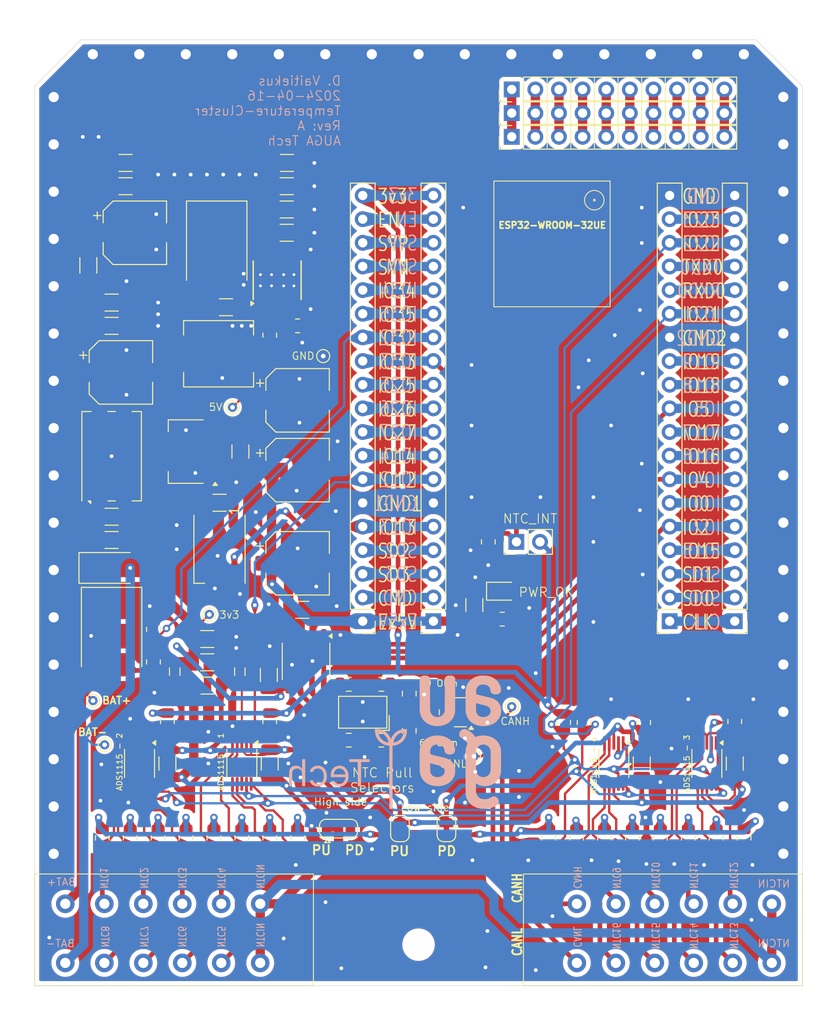
<source format=kicad_pcb>
(kicad_pcb (version 20240108) (generator "pcbnew") (generator_version "8.0")
  (layers (0 "F.Cu" signal) (31 "B.Cu" signal) (34 "B.Paste" user) (35 "F.Paste" user) (36 "B.SilkS" user "B.Silkscreen") (37 "F.SilkS" user "F.Silkscreen") (38 "B.Mask" user) (39 "F.Mask" user) (44 "Edge.Cuts" user))
  (net 0 "")
  (net 1 "+3V3")
  (net 2 "GND")
  (net 3 "+5V")
  (net 4 "+3.3VA")
  (net 5 "GNDA")
  (net 7 "/WS_LED")
  (net 8 "/NTC_1")
  (net 9 "/NTC_2")
  (net 10 "/NTC_10")
  (net 11 "/NTC_5")
  (net 12 "/NTC_8")
  (net 13 "/NTC_12")
  (net 14 "/NTC_11")
  (net 15 "/NTC_4")
  (net 16 "/NTC_9")
  (net 17 "/NTC_3")
  (net 18 "/NTC_6")
  (net 19 "/NTC_13")
  (net 20 "/NTC_7")
  (net 21 "/IO15")
  (net 22 "/IO18")
  (net 23 "/IO19")
  (net 24 "/IO16")
  (net 25 "/SD0")
  (net 26 "/IO23")
  (net 27 "/IO17")
  (net 28 "/CLK")
  (net 29 "/TXD0")
  (net 30 "/SD1")
  (net 31 "/RXD0")
  (net 32 "/IO0")
  (net 33 "/ADC1-RDY")
  (net 34 "/EN")
  (net 35 "/IO26")
  (net 36 "/SD3")
  (net 37 "/IO14")
  (net 38 "/IO27")
  (net 39 "/SD2")
  (net 40 "/CMD")
  (net 41 "/IO25")
  (net 42 "/NTC_15")
  (net 43 "/NTC_16")
  (net 44 "/NTC_14")
  (net 45 "/ADC2-RDY")
  (net 46 "/VBAT_Sense")
  (net 47 "/IO35")
  (net 48 "/IO34")
  (net 49 "/NTC_INT")
  (net 50 "/VP")
  (net 51 "/VN")
  (net 52 "/i2c_ADDR-4")
  (net 53 "/i2c_ADDR-3")
  (net 54 "/ADC3-RDY")
  (net 55 "/ADC4-RDY")
  (net 56 "Net-(U8-CANL)")
  (net 57 "Net-(U8-CANH)")
  (net 58 "/Power_module/BOOT")
  (net 59 "/Power_module/PH")
  (net 60 "/Power_module/VSENSE")
  (net 61 "Vin_Filtered")
  (net 62 "Net-(D2-K)")
  (net 63 "VBat-")
  (net 64 "Net-(C14-Pad1)")
  (net 65 "CAN_H")
  (net 66 "CAN_L")
  (net 67 "Net-(C33-Pad1)")
  (net 68 "VBat+")
  (net 69 "Net-(D5-A)")
  (net 73 "CAN_RX")
  (net 74 "CAN_TX")
  (net 75 "CAN_S")
  (net 76 "/NTC_Input")
  (net 77 "Net-(JP1-A)")
  (net 78 "+3.3VP")
  (net 79 "Net-(J7-Pin_8)")
  (net 80 "Net-(J7-Pin_9)")
  (net 81 "Net-(J7-Pin_3)")
  (net 82 "Net-(J7-Pin_10)")
  (net 83 "Net-(J7-Pin_7)")
  (net 84 "Net-(J7-Pin_6)")
  (net 85 "Net-(J7-Pin_2)")
  (net 86 "Net-(J7-Pin_1)")
  (net 87 "Net-(J7-Pin_5)")
  (net 88 "Net-(J7-Pin_4)")
  (footprint "Capacitor_SMD:C_1206_3216Metric" (layer "F.Cu") (at 117 80 180)
    (property "Reference" "C15" (hide yes))
    (property "Value" "50V, 10uF")
  )
  (footprint "Resistor_SMD:R_0805_2012Metric" (layer "F.Cu") (at 131 135 90)
    (property "Reference" "R12" (hide yes))
    (property "Value" "10K")
  )
  (footprint "Resistor_SMD:R_0805_2012Metric" (layer "F.Cu") (at 184 122.5 -90)
    (property "Reference" "R5" (hide yes))
    (property "Value" "5.1k")
  )
  (footprint "Package_SO:SOIC-8_3.9x4.9mm_P1.27mm" (layer "F.Cu") (at 137.905 116.025 -90)
    (property "Reference" "U8" (hide yes))
    (property "Value" "TJA1051T-3")
  )
  (footprint "Capacitor_SMD:C_1206_3216Metric" (layer "F.Cu") (at 127.2875 113.6375 180)
    (property "Reference" "C23" (hide yes))
    (property "Value" "50V, 100nF")
  )
  (footprint "Capacitor_SMD:C_0805_2012Metric" (layer "F.Cu") (at 146 118.5)
    (property "Reference" "C31" (hide yes))
    (property "Value" "100pF")
  )
  (footprint "Resistor_SMD:R_0805_2012Metric" (layer "F.Cu") (at 128 135 90)
    (property "Reference" "R9" (hide yes))
    (property "Value" "10K")
  )
  (footprint "Resistor_SMD:R_0805_2012Metric" (layer "F.Cu") (at 159 111.5 180)
    (property "Reference" "R25" (hide yes))
    (property "Value" "680")
  )
  (footprint "Resistor_SMD:R_0805_2012Metric" (layer "F.Cu") (at 170 135 90)
    (property "Reference" "R21" (hide yes))
    (property "Value" "10K")
  )
  (footprint "TestPoint:TestPoint_THTPad_D1.0mm_Drill0.5mm" (layer "F.Cu") (at 115 120.25)
    (property "Reference" "TP1" (hide yes))
    (property "Value" "VBat+")
  )
  (footprint "TestPoint:TestPoint_THTPad_D1.0mm_Drill0.5mm" (layer "F.Cu") (at 127.508 110.998)
    (property "Reference" "TP5" (hide yes))
    (property "Value" "3v3")
  )
  (footprint "Capacitor_SMD:C_1206_3216Metric" (layer "F.Cu") (at 118.5 65 180)
    (property "Reference" "C20" (hide yes))
    (property "Value" "50V, 10uF")
  )
  (footprint "Inductor_SMD:L_0805_2012Metric" (layer "F.Cu") (at 123.7875 117.1375 -90)
    (property "Reference" "FB1" (hide yes))
    (property "Value" "500mA")
  )
  (footprint "Capacitor_SMD:C_1206_3216Metric" (layer "F.Cu") (at 135.825 65 180)
    (property "Reference" "C8" (hide yes))
    (property "Value" "50V, 10uF")
  )
  (footprint "Connector_PinHeader_2.54mm:PinHeader_1x19_P2.54mm_Vertical" (layer "F.Cu") (at 184 111.72 180)
    (property "Reference" "J1" (hide yes))
    (property "Value" "ESP32_Left")
  )
  (footprint "Capacitor_SMD:C_1206_3216Metric" (layer "F.Cu") (at 128.6 99 180)
    (property "Reference" "C2" (hide yes))
    (property "Value" "50V, 100nF")
  )
  (footprint "Capacitor_SMD:C_1206_3216Metric" (layer "F.Cu") (at 129.3 78 180)
    (property "Reference" "C13" (hide yes))
    (property "Value" "50V, 10nF")
  )
  (footprint "Resistor_SMD:R_0805_2012Metric" (layer "F.Cu") (at 134 81 -90)
    (property "Reference" "R23" (hide yes))
    (property "Value" "33k")
  )
  (footprint "Connector_PinSocket_2.54mm:PinSocket_1x19_P2.54mm_Vertical" (layer "F.Cu") (at 177 111.72 180)
    (property "Reference" "J4" (hide yes))
    (property "Value" "ESP32_Left")
  )
  (footprint "Resistor_SMD:R_0805_2012Metric" (layer "F.Cu") (at 179 135 90)
    (property "Reference" "R17" (hide yes))
    (property "Value" "10K")
  )
  (footprint "Connector_PinHeader_2.54mm:PinHeader_1x10_P2.54mm_Vertical" (layer "F.Cu") (at 160.02 54.61 90)
    (property "Reference" "J7" (hide yes))
    (property "Value" "EXTRA1")
  )
  (footprint "Resistor_SMD:R_0805_2012Metric" (layer "F.Cu") (at 119 135 90)
    (property "Reference" "R14" (hide yes))
    (property "Value" "10K")
  )
  (footprint "Capacitor_SMD:C_0805_2012Metric" (layer "F.Cu") (at 149 123.5 -90)
    (property "Reference" "R27" (hide yes))
    (property "Value" "59R 1%")
  )
  (footprint "Resistor_SMD:R_0805_2012Metric" (layer "F.Cu") (at 167.8 122.6 -90)
    (property "Reference" "R2" (hide yes))
    (property "Value" "5.1k")
  )
  (footprint "Jumper:SolderJumper-3_P1.3mm_Bridged12_RoundedPad1.0x1.5mm" (layer "F.Cu") (at 141.4 134)
    (property "Reference" "JP3" (hide yes))
    (property "Value" "NTC_Input")
  )
  (footprint "Capacitor_SMD:C_1206_3216Metric" (layer "F.Cu") (at 123 127 -90)
    (property "Reference" "C5" (hide yes))
    (property "Value" "50V, 10uF")
  )
  (footprint "Resistor_SMD:R_0805_2012Metric" (layer "F.Cu") (at 157.5 103.2 -90)
    (property "Reference" "R29" (hide yes))
    (property "Value" "10K")
  )
  (footprint "Filter:Filter_Bourns_SRF0905_6.0x9.2mm" (layer "F.Cu") (at 117 94 90)
    (property "Reference" "FL1" (hide yes))
    (property "Value" "500uH, 1kohm, 1A")
  )
  (footprint "Package_SO:TI_SO-PowerPAD-8_ThermalVias" (layer "F.Cu") (at 134.8 75.1 90)
    (property "Reference" "U6" (hide yes))
    (property "Value" "TPS5430DDAR")
  )
  (footprint "Connector_PinHeader_2.54mm:PinHeader_1x10_P2.54mm_Vertical" (layer "F.Cu") (at 160.02 57.15 90)
    (property "Reference" "J8" (hide yes))
    (property "Value" "EXTRA3")
  )
  (footprint "TestPoint:TestPoint_THTPad_D1.0mm_Drill0.5mm" (layer "F.Cu") (at 130 88.75)
    (property "Reference" "TP3" (hide yes))
    (property "Value" "5V")
  )
  (footprint "Resistor_SMD:R_0805_2012Metric" (layer "F.Cu") (at 137 135 90)
    (property "Reference" "R11" (hide yes))
    (property "Value" "10K")
  )
  (footprint "Capacitor_SMD:C_1206_3216Metric" (layer "F.Cu") (at 117 103 180)
    (property "Reference" "C11" (hide yes))
    (property "Value" "50V, 10uF")
  )
  (footprint "Resistor_SMD:R_0805_2012Metric" (layer "F.Cu") (at 173 135 90)
    (property "Reference" "R16" (hide yes))
    (property "Value" "10K")
  )
  (footprint "Resistor_SMD:R_0805_2012Metric" (layer "F.Cu") (at 176 135 90)
    (property "Reference" "R20" (hide yes))
    (property "Value" "10K")
  )
  (footprint "Inductor_SMD:L_Sunlord_MWSA0603S" (layer "F.Cu") (at 128.5 83)
    (property "Reference" "L1" (hide yes))
    (property "Value" "15uH")
  )
  (footprint "Capacitor_SMD:CP_Elec_6.3x5.4" (layer "F.Cu") (at 137 88)
    (property "Reference" "C17" (hide yes))
    (property "Value" "10v, 220uF")
  )
  (footprint "Capacitor_SMD:C_1206_3216Metric" (layer "F.Cu") (at 127.3125 118.6375)
    (property "Reference" "C25" (hide yes))
    (property "Value" "50V, 100nF")
  )
  (footprint "Jumper:SolderJumper-2_P1.3mm_Bridged_RoundedPad1.0x1.5mm" (layer "F.Cu") (at 153 134 90)
    (property "Reference" "JP1" (hide yes))
    (property "Value" "NTC-PullDown")
  )
  (footprint "Resistor_SMD:R_0805_2012Metric" (layer "F.Cu") (at 121.5 112.6 -90)
    (property "Reference" "R30" (hide yes))
    (property "Value" "10K")
  )
  (footprint "Capacitor_SMD:C_1206_3216Metric" (layer "F.Cu") (at 118.5 62.5)
    (property "Reference" "C21" (hide yes))
    (property "Value" "50V, 100nF")
  )
  (footprint "0_user_lib:L_CommonModeChoke_1812" (layer "F.Cu") (at 144 121.5 180)
    (property "Reference" "FL2" (hide yes))
    (property "Value" "Filter_EMI")
  )
  (footprint "Capacitor_SMD:C_1206_3216Metric" (layer "F.Cu") (at 135.825 70 180)
    (property "Reference" "C10" (hide yes))
    (property "Value" "50V, 10uF")
  )
  (footprint "Capacitor_SMD:C_1206_3216Metric" (layer "F.Cu") (at 135.825 67.5 180)
    (property "Reference" "C9" (hide yes))
    (property "Value" "50V, 10uF")
  )
  (footprint "Package_SO:VSSOP-10_3x3mm_P0.5mm" (layer "F.Cu") (at 120 127 -90)
    (property "Reference" "U4" (hide yes))
    (property "Value" "ADS1115IDGS - 2")
  )
  (footprint "Capacitor_SMD:CP_Elec_6.3x5.4" (layer "F.Cu") (at 137 95.5)
    (property "Reference" "C18" (hide yes))
    (property "Value" "10v, 220uF")
  )
  (footprint "TestPoint:TestPoint_THTPad_D1.0mm_Drill0.5mm" (layer "F.Cu") (at 116.25 125)
    (property "Reference" "TP2" (hide yes))
    (property "Value" "VBat-")
  )
  (footprint "Capacitor_SMD:CP_Elec_6.3x5.4" (layer "F.Cu") (at 118 85)
    (property "Reference" "C14" (hide yes))
    (property "Value" "10v, 220uF")
  )
  (footprint "Resistor_SMD:R_0805_2012Metric" (layer "F.Cu") (at 182 135 90)
    (property "Reference" "R19" (hide yes))
    (property "Value" "10K")
  )
  (footprint "Jumper:SolderJumper-2_P1.3mm_Open_RoundedPad1.0x1.5mm" (layer "F.Cu") (at 148 134 90)
    (property "Reference" "JP2" (hide yes))
    (property "Value" "NTC-PullUp")
  )
  (footprint "Resistor_SMD:R_0805_2012Metric" (layer "F.Cu") (at 116 135 90)
    (property "Reference" "R7" (hide yes))
    (property "Value" "10K")
  )
  (footprint "Resistor_SMD:R_0805_2012Metric" (layer "F.Cu") (at 121.5 116.1 90)
    (property "Reference" "R28" (hide yes))
    (property "Value" "100k")
  )
  (footprint "LED_SMD:LED_0805_2012Metric" (layer "F.Cu") (at 159 108.5)
    (property "Reference" "D5" (hide yes))
    (property "Value" "Power_OK")
  )
  (footprint "Connector_PinHeader_2.54mm:PinHeader_1x10_P2.54mm_Vertical" (layer "F.Cu") (at 160.02 59.69 90)
    (property "Reference" "J9" (hide yes))
    (property "Value" "EXTRA2")
  )
  (footprint "Capacitor_SMD:C_1206_3216Metric" (layer "F.Cu") (at 117 100.5)
    (property "Reference" "C12" (hide yes))
    (property "Value" "50V, 100nF")
  )
  (footprint "Capacitor_SMD:C_1206_3216Metric" (layer "F.Cu") (at 135.85 62.5)
    (property "Reference" "C7" (hide yes))
    (property "Value" "50V, 100nF")
  )
  (footprint "Capacitor_SMD:C_0805_2012Metric" (layer "F.Cu") (at 149 119.5 -90)
    (property "Reference" "R26" (hide yes))
    (property "Value" "59R 1%")
  )
  (footprint "Capacitor_SMD:C_0805_2012Metric" (layer "F.Cu") (at 142.5 118.5 180)
    (property "Reference" "C30" (hide yes))
    (property "Value" "100pF")
  )
  (footprint "Package_SO:VSSOP-10_3x3mm_P0.5mm" (layer "F.Cu") (at 171 127 -90)
    (property "Reference" "U5" (hide yes))
    (property "Value" "ADS1115IDGS - 4")
  )
  (footprint "Capacitor_SMD:C_0805_2012Metric" (layer "F.Cu") (at 142.5 124.5)
    (property "Reference" "C29" (hide yes))
    (property "Value" "100pF")
  )
  (footprint "Resistor_SMD:R_0805_2012Metric" (layer "F.Cu") (at 165.6 122.6 -90)
    (property "Reference" "R1" (hide yes))
    (property "Value" "5.1k")
  )
  (footprint "Inductor_SMD:L_1206_3216Metric" (layer "F.Cu") (at 114.5 73.5 90)
    (property "Reference" "L2" (hide yes))
    (property "Value" "2.2uH, 900mA")
  )
  (footprint "Connector_PinHeader_2.54mm:PinHeader_1x19_P2.54mm_Vertical" (layer "F.Cu") (at 144 111.72 180)
    (property "Reference" "J3" (hide yes))
    (property "Value" "ESP32_Right")
  )
  (footprint "Capacitor_SMD:C_1206_3216Metric" (layer "F.Cu") (at 156 110 90)
    (property "Reference" "C1" (hide yes))
    (property "Value" "50V, 100nF")
  )
  (footprint "Capacitor_SMD:C_1206_3216Metric" (layer "F.Cu") (at 134 127 -90)
    (property "Reference" "C3" (hide yes))
    (property "Value" "50V, 10uF")
  )
  (footprint "Diode_SMD:D_SMC" (layer "F.Cu") (at 117 113 -90)
    (property "Reference" "D2" (hide yes))
    (property "Value" "B540C-13-F")
  )
  (footprint "Capacitor_SMD:C_1206_3216Metric" (layer "F.Cu") (at 130.85 93.5 90)
    (property "Reference" "C22" (hide yes))
    (property "Value" "50V, 100nF")
  )
  (footprint "Capacitor_SMD:CP_Elec_6.3x5.4" (layer "F.Cu") (at 119.5 70)
    (property "Reference" "C19" (hide yes))
    (property "Value" "10v, 220uF")
  )
  (footprint "Connector_PinSocket_2.54mm:PinSocket_1x19_P2.54mm_Vertical" (layer "F.Cu") (at 151.6 111.72 180)
    (property "Reference" "J5" (hide yes))
    (property "Value" "ESP32_Right")
  )
  (footprint "Package_SO:VSSOP-10_3x3mm_P0.5mm" (layer "F.Cu") (at 131 127 -90)
    (property "Reference" "U2" (hide yes))
    (property "Value" "ADS1115IDGS - 1")
  )
  (footprint "Capacitor_SMD:CP_Elec_6.3x5.4" (layer "F.Cu") (at 137 105.5)
    (property "Reference" "C27" (hide yes))
    (property "Value" "10v, 220uF")
  )
  (footprint "Capacitor_SMD:C_1206_3216Metric" (layer "F.Cu") (at 127.2875 116.1375 180)
    (property "Reference" "C24" (hide yes))
    (property "Value" "50V, 10uF")
  )
  (footprint "Inductor_SMD:L_0805_2012Metric" (layer "F.Cu") (at 130.7875 117.1375 -90)
    (property "Reference" "FB2" (hide yes))
    (property "Value" "500mA")
  )
  (footprint "0_user_lib:DTM13-12PA-12PB-R008" (layer "F.Cu") (at 150 49.275)
    (property "Reference" "J2" (hide yes))
    (property "Value" "DTM13-12PA-12PB")
    (fp_line (start -41.275 5) (end -41.275 101.6) (stroke (width 0.05)) (layer "Edge.Cuts"))
    (fp_line (start -41.275 5) (end -36.275 0) (stroke (width 0.05)) (layer "Edge.Cuts"))
    (fp_line (start -41.275 101.6) (end 41.275 101.6) (stroke (width 0.05)) (layer "Edge.Cuts"))
    (fp_line (start -36.275 0) (end 36.275 0) (stroke (width 0.05)) (layer "Edge.Cuts"))
    (fp_line (start 41.275 5) (end 36.275 0) (stroke (width 0.05)) (layer "Edge.Cuts"))
    (fp_line (start 41.275 101.6) (end 41.275 5) (stroke (width 0.05)) (layer "Edge.Cuts"))
  )
  (footprint "Resistor_SMD:R_0805_2012Metric" (layer "F.Cu") (at 137 80 180)
    (property "Reference" "R24" (hide yes))
    (property "Value" "10K")
  )
  (footprint "Capacitor_SMD:C_1206_3216Metric" (layer "F.Cu") (at 174 127 -90)
    (property "Reference" "C6" (hide yes))
    (property "Value" "50V, 10uF")
  )
  (footprint "Capacitor_SMD:C_0805_2012Metric" (layer "F.Cu") (at 146 124.5 180)
    (property "Reference" "C32" (hide yes))
    (property "Value" "100pF")
  )
  (footprint "Diode_SMD:D_SMC" (layer "F.Cu") (at 128.3 71.5 -90)
    (property "Reference" "D4" (hide yes))
    (property "Value" "B540C-13-F")
  )
  (footprint "Resistor_SMD:R_0805_2012Metric" (layer "F.Cu") (at 164 135 90)
    (property "Reference" "R22" (hide yes))
    (property "Value" "10K")
  )
  (footprint "Resistor_SMD:R_0805_2012Metric" (layer "F.Cu") (at 122 135 90)
    (property "Reference" "R8" (hide yes))
    (property "Value" "10K")
  )
  (footprint "Resistor_SMD:R_0805_2012Metric" (layer "F.Cu") (at 167 135 90)
    (property "Reference" "R15" (hide yes))
    (property "Value" "10K")
  )
  (footprint "Capacitor_SMD:C_1206_3216Metric" (layer "F.Cu") (at 133.905 117.5 90)
    (property "Reference" "C26" (hide yes))
    (property "Value" "50V, 100nF")
  )
  (footprint "Resistor_SMD:R_0805_2012Metric" (layer "F.Cu") (at 134 135 90)
    (property "Reference" "R10" (hide yes))
    (property "Value" "10K")
  )
  (footprint "Package_SO:VSSOP-10_3x3mm_P0.5mm" (layer "F.Cu") (at 181 127 -90)
    (property "Reference" "U3" (hide yes))
    (property "Value" "ADS1115IDGS - 3")
  )
  (footprint "Resistor_SMD:R_0805_2012Metric" (layer "F.Cu") (at 125 135 90)
    (property "Reference" "R13" (hide yes))
    (property "Value" "10K")
  )
  (footprint "TestPoint:TestPoint_THTPad_D1.0mm_Drill0.5mm" (layer "F.Cu") (at 155.956 126.238)
    (property "Reference" "TP7" (hide yes))
    (property "Value" "CANL")
  )
  (footprint "Capacitor_SMD:C_1206_3216Metric" (layer "F.Cu") (at 184 127 -90)
    (property "Reference" "C4" (hide yes))
    (property "Value" "50V, 10uF")
  )
  (footprint "Connector_PinHeader_2.54mm:PinHeader_1x02_P2.54mm_Vertical" (layer "F.Cu") (at 160.525 103.2 90)
    (property "Reference" "J6" (hide yes))
    (property "Value" "NTC_Internal	")
  )
  (footprint "Resistor_SMD:R_0805_2012Metric" (layer "F.Cu") (at 134 122.5 -90)
    (property "Reference" "R3" (hide yes))
    (property "Value" "5.1k")
  )
  (footprint "Package_TO_SOT_SMD:SOT-223-3_TabPin2" (layer "F.Cu") (at 125 93.5 180)
    (property "Reference" "U7" (hide yes))
    (property "Value" "AMS1117-3.3")
  )
  (footprint "Diode_SMD:D_SMA" (layer "F.Cu") (at 117 106)
    (property "Reference" "D3" (hide yes))
    (property "Value" "SMAJ26CA")
  )
  (footprint "TestPoint:TestPoint_THTPad_D1.0mm_Drill0.5mm" (layer "F.Cu") (at 160.02 120.904)
    (property "Reference" "TP6" (hide yes))
    (property "Value" "CANH")
  )
  (footprint "Resistor_SMD:R_0805_2012Metric" (layer "F.Cu") (at 123 122.5 -90)
    (property "Reference" "R4" (hide yes))
    (property "Value" "5.1k")
  )
  (footprint "Capacitor_SMD:C_0805_2012Metric" (layer "F.Cu") (at 151.5 121.5 90)
    (property "Reference" "C33" (hide yes))
    (property "Value" "4n7 100V")
  )
  (footprint "Capacitor_SMD:C_1206_3216Metric" (layer "F.Cu") (at 117 77.5)
    (property "Reference" "C16" (hide yes))
    (property "Value" "50V, 100nF")
  )
  (footprint "Resistor_SMD:R_0805_2012Metric" (layer "F.Cu") (at 174.2 122.6 -90)
    (property "Reference" "R6" (hide yes))
    (property "Value" "5.1k")
  )
  (footprint "TestPoint:TestPoint_THTPad_D1.0mm_Drill0.5mm" (layer "F.Cu") (at 139.75 83.25)
    (property "Reference" "TP4" (hide yes))
    (property "Value" "GND")
  )
  (footprint "Resistor_SMD:R_0805_2012Metric" (layer "F.Cu") (at 185 135 90)
    (property "Reference" "R18" (hide yes))
    (property "Value" "10K")
  )
  (footprint "Package_TO_SOT_SMD:SOT-23" (layer "F.Cu") (at 154.5 121.5 180)
    (property "Reference" "D6" (hide yes))
    (property "Value" "NUP2105L")
  )
  (footprint "LED_SMD:LED_WS2812B_PLCC4_5.0x5.0mm_P3.2mm" (layer "F.Cu") (at 128.6 104 -90)
    (property "Reference" "D1" (hide yes))
    (property "Value" "WS2812B")
  )
  (footprint "Capacitor_SMD:C_1206_3216Metric" (layer "F.Cu") (at 137.5 110.5)
    (property "Reference" "C28" (hide yes))
    (property "Value" "50V, 100nF")
  )
  (footprint "0_user_lib:AUGA-Tech-LOGO_23x15" (layer "B.Cu") (at 147.5 124.7 180)
    (property "Reference" "G1" (hide yes))
    (property "Value" "AUGA-Tech-LOGO" (hide yes))
  )
  (gr_line (start 173.99 53.34) (end 173.99 60.96) (stroke (width 0.1)) (layer "F.SilkS"))
  (gr_line (start 176.53 60.96) (end 176.53 53.34) (stroke (width 0.1)) (layer "F.SilkS"))
  (gr_circle (center 168.9 66.5) (end 168.6 67.5) (stroke (width 0.1)) (fill none) (layer "F.SilkS"))
  (gr_line (start 181.61 60.96) (end 181.61 53.34) (stroke (width 0.1)) (layer "F.SilkS"))
  (gr_line (start 166.37 60.96) (end 166.37 53.34) (stroke (width 0.1)) (layer "F.SilkS"))
  (gr_line (start 168.91 53.34) (end 168.91 60.96) (stroke (width 0.1)) (layer "F.SilkS"))
  (gr_line (start 171.45 60.96) (end 171.45 53.34) (stroke (width 0.1)) (layer "F.SilkS"))
  (gr_line (start 179.07 53.34) (end 179.07 60.96) (stroke (width 0.1)) (layer "F.SilkS"))
  (gr_line (start 163.83 53.34) (end 163.83 60.96) (stroke (width 0.1)) (layer "F.SilkS"))
  (gr_circle (center 168.9 66.5) (end 168.9 66.6) (stroke (width 0.1)) (fill none) (layer "F.SilkS"))
  (gr_rect (start 158.1 64.45) (end 170.6 77.95) (stroke (width 0.1)) (fill none) (layer "F.SilkS"))
  (gr_text "NTC1" (at 115.7 140.5 270) (layer "B.SilkS") (effects (font (size 0.8 0.6) (thickness 0.1)) (justify left bottom mirror)))
  (gr_text "NTCIN" (at 132.5 140.5 270) (layer "B.SilkS") (effects (font (size 0.8 0.6) (thickness 0.1)) (justify left bottom mirror)))
  (gr_text "NTC7" (at 120 146.8 270) (layer "B.SilkS") (effects (font (size 0.8 0.6) (thickness 0.1)) (justify left bottom mirror)))
  (gr_text "NTC10" (at 175 140.5 270) (layer "B.SilkS") (effects (font (size 0.8 0.6) (thickness 0.1)) (justify left bottom mirror)))
  (gr_text "NTC6" (at 124.1 146.8 270) (layer "B.SilkS") (effects (font (size 0.8 0.6) (thickness 0.1)) (justify left bottom mirror)))
  (gr_text "NTC3" (at 124.1 140.5 270) (layer "B.SilkS") (effects (font (size 0.8 0.6) (thickness 0.1)) (justify left bottom mirror)))
  (gr_text "NTC5" (at 128.3 146.8 270) (layer "B.SilkS") (effects (font (size 0.8 0.6) (thickness 0.1)) (justify left bottom mirror)))
  (gr_text "NTC11" (at 179.1 140.5 270) (layer "B.SilkS") (effects (font (size 0.8 0.6) (thickness 0.1)) (justify left bottom mirror)))
  (gr_text "NTC15" (at 175 147 270) (layer "B.SilkS") (effects (font (size 0.8 0.6) (thickness 0.1)) (justify left bottom mirror)))
  (gr_text "D. Vaitiekus\n2024-04-16\nTemperature-Cluster\nRev: A\nAUGA Tech" (at 141.732 60.706 0) (layer "B.SilkS") (effects (font (size 1 1) (thickness 0.1)) (justify left bottom mirror)))
  (gr_text "BAT+" (at 113.2 140.2 0) (layer "B.SilkS") (effects (font (size 0.8 0.8) (thickness 0.1)) (justify left bottom mirror)))
  (gr_text "NTC8" (at 115.8 146.8 270) (layer "B.SilkS") (effects (font (size 0.8 0.6) (thickness 0.1)) (justify left bottom mirror)))
  (gr_text "NTCIN" (at 190 146.8 0) (layer "B.SilkS") (effects (font (size 0.8 0.8) (thickness 0.1)) (justify left bottom mirror)))
  (gr_text "NTC12" (at 183.4 140.5 270) (layer "B.SilkS") (effects (font (size 0.8 0.6) (thickness 0.1)) (justify left bottom mirror)))
  (gr_text "NTC4" (at 128.3 140.5 270) (layer "B.SilkS") (effects (font (size 0.8 0.6) (thickness 0.1)) (justify left bottom mirror)))
  (gr_text "NTC16" (at 170.8 147 270) (layer "B.SilkS") (effects (font (size 0.8 0.6) (thickness 0.1)) (justify left bottom mirror)))
  (gr_text "NTC13" (at 183.4 147 270) (layer "B.SilkS") (effects (font (size 0.8 0.6) (thickness 0.1)) (justify left bottom mirror)))
  (gr_text "NTC14" (at 179.1 147 270) (layer "B.SilkS") (effects (font (size 0.8 0.6) (thickness 0.1)) (justify left bottom mirror)))
  (gr_text "CANH" (at 166.6 140.5 270) (layer "B.SilkS") (effects (font (size 0.8 0.6) (thickness 0.1)) (justify left bottom mirror)))
  (gr_text "BAT-" (at 113.1 146.8 0) (layer "B.SilkS") (effects (font (size 0.8 0.8) (thickness 0.1)) (justify left bottom mirror)))
  (gr_text "NTC2" (at 120 140.5 270) (layer "B.SilkS") (effects (font (size 0.8 0.6) (thickness 0.1)) (justify left bottom mirror)))
  (gr_text "3v3\nEN\nSVP\nSVN\nIO34\nIO35\nIO32\nIO33\nIO25\nIO26\nIO27\nIO14\nIO12\nGND1\nIO13\nSD2\nSD3\nCMD\nEx5V" (at 150 112.7 -0) (layer "B.SilkS") (effects (font (size 1.578 1.2)) (justify left bottom mirror)))
  (gr_text "NTCIN" (at 190 140.4 0) (layer "B.SilkS") (effects (font (size 0.8 0.8) (thickness 0.1)) (justify left bottom mirror)))
  (gr_text "NTC9" (at 170.8 140.5 270) (layer "B.SilkS") (effects (font (size 0.8 0.6) (thickness 0.1)) (justify left bottom mirror)))
  (gr_text "GND\nIO23\nIO22\nTXD0\nRXD0\nIO21\nGND2\nIO19\nIO18\nIO5\nIO17\nIO16\nIO4\nIO0\nIO2\nIO15\nSD1\nSD0\nCLK" (at 182.6 112.75 -0) (layer "B.SilkS") (effects (font (size 1.578 1.2)) (justify left bottom mirror)))
  (gr_text "NTCIN" (at 132.5 146.8 270) (layer "B.SilkS") (effects (font (size 0.8 0.6) (thickness 0.1)) (justify left bottom mirror)))
  (gr_text "CANL" (at 166.6 146.8 270) (layer "B.SilkS") (effects (font (size 0.8 0.6) (thickness 0.1)) (justify left bottom mirror)))
  (gr_text "60 Ohm" (at 150 125.2 0) (layer "F.SilkS") (effects (font (size 0.7 0.7) (thickness 0.1)) (justify left bottom)))
  (gr_text "BAT+" (at 115.9 120.7 0) (layer "F.SilkS") (effects (font (size 0.8 0.8) (thickness 0.16) (bold yes)) (justify left bottom)))
  (gr_text "CANH" (at 158.75 122.936 0) (layer "F.SilkS") (effects (font (size 0.8 0.8) (thickness 0.1)) (justify left bottom)))
  (gr_text "ADS1115 - 1" (at 129.1 130 90) (layer "F.SilkS") (effects (font (size 0.6 0.6) (thickness 0.1)) (justify left bottom)))
  (gr_text "5V" (at 127.4 89.2 0) (layer "F.SilkS") (effects (font (size 0.8 0.8) (thickness 0.1)) (justify left bottom)))
  (gr_text "Low side" (at 148 132.2 0) (layer "F.SilkS") (effects (font (size 0.8 0.8) (thickness 0.1)) (justify left bottom)))
  (gr_text "PU    PD" (at 146.8 137 0) (layer "F.SilkS") (effects (font (size 1 1) (thickness 0.2) (bold yes)) (justify left bottom)))
  (gr_text "ADS1115 - 2" (at 118.2 130 90) (layer "F.SilkS") (effects (font (size 0.6 0.6) (thickness 0.1)) (justify left bottom)))
  (gr_text "PU  PD" (at 138.4 136.9 0) (layer "F.SilkS") (effects (font (size 1 1) (thickness 0.2) (bold yes)) (justify left bottom)))
  (gr_text "ADS1115 - 3" (at 179.2 130.2 90) (layer "F.SilkS") (effects (font (size 0.6 0.6) (thickness 0.1)) (justify left bottom)))
  (gr_text "GND" (at 136.3 83.7 0) (layer "F.SilkS") (effects (font (size 0.8 0.8) (thickness 0.1)) (justify left bottom)))
  (gr_text "BAT-" (at 113.3 124.1 0) (layer "F.SilkS") (effects (font (size 0.8 0.8) (thickness 0.16) (bold yes)) (justify left bottom)))
  (gr_text "GND\nIO23\nIO22\nTXD0\nRXD0\nIO21\nGND2\nIO19\nIO18\nIO5\nIO17\nIO16\nIO4\nIO0\nIO2\nIO15\nSD1\nSD0\nCLK" (at 178.25 112.75 0) (layer "F.SilkS") (effects (font (size 1.578 1.2)) (justify left bottom)))
  (gr_text "CANH" (at 161.2 142.1 90) (layer "F.SilkS") (effects (font (size 1 0.8) (thickness 0.2) (bold yes)) (justify left bottom)))
  (gr_text "ADS1115 - 4" (at 169.2 130.4 90) (layer "F.SilkS") (effects (font (size 0.6 0.6) (thickness 0.1)) (justify left bottom)))
  (gr_text "NTC Pull\nSelectors" (at 146.1 130.2 0) (layer "F.SilkS") (effects (font (size 1 1) (thickness 0.1)) (justify bottom)))
  (gr_text "3v3\nEN\nSVP\nSVN\nIO34\nIO35\nIO32\nIO33\nIO25\nIO26\nIO27\nIO14\nIO12\nGND1\nIO13\nSD2\nSD3\nCMD\nEx5V" (at 145.5 112.75 0) (layer "F.SilkS") (effects (font (size 1.578 1.2)) (justify left bottom)))
  (gr_text "3v3" (at 128.524 111.506 0) (layer "F.SilkS") (effects (font (size 0.8 0.8) (thickness 0.1)) (justify left bottom)))
  (gr_text "PWR_OK" (at 160.7 109.2 0) (layer "F.SilkS") (effects (font (size 1 1) (thickness 0.1)) (justify left bottom)))
  (gr_text "60 Ohm" (at 150 118.8 0) (layer "F.SilkS") (effects (font (size 0.7 0.7) (thickness 0.1)) (justify left bottom)))
  (gr_text "ESP32-WROOM-32UE" (at 158.5 69.6 0) (layer "F.SilkS") (effects (font (size 0.7 0.7) (thickness 0.175) (bold yes)) (justify left bottom)))
  (gr_text "High side" (at 138.7 131.6 0) (layer "F.SilkS") (effects (font (size 0.8 0.8) (thickness 0.1)) (justify left bottom)))
  (gr_text "CANL" (at 152.146 127.508 0) (layer "F.SilkS") (effects (font (size 0.8 0.8) (thickness 0.1)) (justify left bottom)))
  (gr_text "CANL" (at 161.2 147.8 90) (layer "F.SilkS") (effects (font (size 1 0.8) (thickness 0.2) (bold yes)) (justify left bottom)))
  (gr_text "NTC_INT" (at 159 101.3 0) (layer "F.SilkS") (effects (font (size 1 1) (thickness 0.1)) (justify left bottom)))
  (segment (start 135.525 118.975) (end 136 118.5) (width 0.5) (layer "F.Cu") (net 1))
  (segment (start 133.905 118.975) (end 135 118.975) (width 0.5) (layer "F.Cu") (net 1))
  (segment (start 125.8125 112.6935) (end 125.8125 113.6375) (width 0.25) (layer "F.Cu") (net 1))
  (segment (start 128.15 93.5) (end 121.85 93.5) (width 1) (layer "F.Cu") (net 1))
  (segment (start 135 118.975) (end 135.2 119.175) (width 0.5) (layer "F.Cu") (net 1))
  (segment (start 125.75 116.075) (end 125.8125 116.1375) (width 1) (layer "F.Cu") (net 1))
  (segment (start 125.8125 112.2125) (end 121.85 108.25) (width 1) (layer "F.Cu") (net 1))
  (segment (start 125.8125 116.1375) (end 125.8125 113.6375) (width 1) (layer "F.Cu") (net 1))
  (segment (start 121.85 108.25) (end 121.85 93.5) (width 1) (layer "F.Cu") (net 1))
  (segment (start 125.8125 113.6375) (end 125.8125 112.2125) (width 1) (layer "F.Cu") (net 1))
  (segment (start 123.7875 116.075) (end 125.75 116.075) (width 1) (layer "F.Cu") (net 1))
  (segment (start 124 114.4) (end 124.075 114.4) (width 0.5) (layer "F.Cu") (net 1))
  (segment (start 135.2 119.175) (end 135.2 119.8) (width 0.5) (layer "F.Cu") (net 1))
  (segment (start 133.905 118.975) (end 135.525 118.975) (width 0.5) (layer "F.Cu") (net 1))
  (segment (start 124.075 114.4) (end 125.8125 116.1375) (width 0.5) (layer "F.Cu") (net 1))
  (segment (start 127.508 110.998) (end 125.8125 112.6935) (width 0.25) (layer "F.Cu") (net 1))
  (via (at 124 114.4) (size 0.8) (drill 0.4) (layers "F.Cu" "B.Cu") (net 1))
  (via (at 135.2 119.8) (size 0.8) (drill 0.4) (layers "F.Cu" "B.Cu") (net 1))
  (segment (start 135 120) (end 135.2 119.8) (width 0.5) (layer "B.Cu") (net 1))
  (segment (start 124 114.4) (end 129.6 120) (width 0.5) (layer "B.Cu") (net 1))
  (segment (start 129.6 120) (end 135 120) (width 0.5) (layer "B.Cu") (net 1))
  (via (at 138.8 70) (size 0.8) (drill 0.4) (layers "F.Cu" "B.Cu") (net 2))
  (via (at 168.3 83.7) (size 0.8) (drill 0.4) (layers "F.Cu" "B.Cu") (net 2))
  (via (at 138.8 62.5) (size 0.8) (drill 0.4) (layers "F.Cu" "B.Cu") (net 2))
  (via (at 150.6 119.6) (size 0.8) (drill 0.4) (layers "F.Cu" "B.Cu") (net 2))
  (via (at 121.8 71.8) (size 0.8) (drill 0.4) (layers "F.Cu" "B.Cu") (net 2))
  (via (at 185.8 143.8) (size 0.8) (drill 0.4) (layers "F.Cu" "B.Cu") (net 2))
  (via (at 123.75 63.75) (size 0.8) (drill 0.4) (layers "F.Cu" "B.Cu") (net 2))
  (via (at 137.2 90.4) (size 0.8) (drill 0.4) (layers "F.Cu" "B.Cu") (net 2))
  (via (at 122 80) (size 0.8) (drill 0.4) (layers "F.Cu" "B.Cu") (net 2))
  (via (at 136.9 97.7) (size 0.8) (drill 0.4) (layers "F.Cu" "B.Cu") (net 2))
  (via (at 164.4 143.4) (size 0.8) (drill 0.4) (layers "F.Cu" "B.Cu") (net 2))
  (via (at 115.9 127.1) (size 0.8) (drill 0.4) (layers "F.Cu" "B.Cu") (net 2))
  (via (at 174 71.1) (size 0.8) (drill 0.4) (layers "F.Cu" "B.Cu") (net 2))
  (via (at 141.1 99.9) (size 0.8) (drill 0.4) (layers "F.Cu" "B.Cu") (net 2))
  (via (at 176 129) (size 0.8) (drill 0.4) (layers "F.Cu" "B.Cu") (net 2))
  (via (at 130.8 108.8) (size 0.8) (drill 0.4) (layers "F.Cu" "B.Cu") (net 2))
  (via (at 119 122.2) (size 0.8) (drill 0.4) (layers "F.Cu" "B.Cu") (net 2))
  (via (at 160.8 130.6) (size 0.8) (drill 0.4) (layers "F.Cu" "B.Cu") (net 2))
  (via (at 137.3 128.5) (size 0.8) (drill 0.4) (layers "F.Cu" "B.Cu") (net 2))
  (via (at 154 110) (size 0.8) (drill 0.4) (layers "F.Cu" "B.Cu") (net 2))
  (via (at 174.1 106.7) (size 0.8) (drill 0.4) (layers "F.Cu" "B.Cu") (net 2))
  (via (at 135.5 145.8) (size 0.8) (drill 0.4) (layers "F.Cu" "B.Cu") (net 2))
  (via (at 154.2 113.2) (size 0.8) (drill 0.4) (layers "F.Cu" "B.Cu") (net 2))
  (via (at 130.75 63.75) (size 0.8) (drill 0.4) (layers "F.Cu" "B.Cu") (net 2))
  (via (at 115.6 59.7) (size 0.8) (drill 0.4) (layers "F.Cu" "B.Cu") (net 2))
  (via (at 138.4 71.8) (size 0.8) (drill 0.4) (layers "F.Cu" "B.Cu") (net 2))
  (via (at 127.25 63.75) (size 0.8) (drill 0.4) (layers "F.Cu" "B.Cu") (net 2))
  (via (at 155.8 137.4) (size 0.8) (drill 0.4) (layers "F.Cu" "B.Cu") (net 2))
  (via (at 118.6 82.6) (size 0.8) (drill 0.4) (layers "F.Cu" "B.Cu") (net 2))
  (via (at 136 127) (size 0.8) (drill 0.4) (layers "F.Cu" "B.Cu") (net 2))
  (via (at 144 120.4) (size 0.8) (drill 0.4) (layers "F.Cu" "B.Cu") (net 2))
  (via (at 156.1 107) (size 0.8) (drill 0.4) (layers "F.Cu" "B.Cu") (net 2))
  (via (at 168.8 98.4) (size 0.8) (drill 0.4) (layers "F.Cu" "B.Cu") (net 2))
  (via (at 121.8 68) (size 0.8) (drill 0.4) (layers "F.Cu" "B.Cu") (net 2))
  (via (at 174.1 85.1) (size 0.8) (drill 0.4) (layers "F.Cu" "B.Cu") (net 2))
  (via (at 124 104) (size 0.8) (drill 0.4) (layers "F.Cu" "B.Cu") (net 2))
  (via (at 128.4 104.7) (size 0.8) (drill 0.4) (layers "F.Cu" "B.Cu") (net 2))
  (via (at 130.4 114.6) (size 0.8) (drill 0.4) (layers "F.Cu" "B.Cu") (net 2))
  (via (at 131.2 74.4) (size 0.8) (drill 0.4) (layers "F.Cu" "B.Cu") (net 2))
  (via (at 157.2 148.9) (size 0.8) (drill 0.4) (layers "F.Cu" "B.Cu") (net 2))
  (via (at 144 122.5) (size 0.8) (drill 0.4) (layers "F.Cu" "B.Cu") (net 2))
  (via (at 122 78.75) (size 0.8) (drill 0.4) (layers "F.Cu" "B.Cu") (net 2))
  (via (at 130 123) (size 0.8) (drill 0.4) (layers "F.Cu" "B.Cu") (net 2))
  (via (at 126 95.8) (size 0.8) (drill 0.4) (layers "F.Cu" "B.Cu") (net 2))
  (via (at 173.8 78.3) (size 0.8) (drill 0.4) (layers "F.Cu" "B.Cu") (net 2))
  (via (at 118.6 75.2) (size 0.8) (drill 0.4) (layers "F.Cu" "B.Cu") (net 2))
  (via (at 174.4 132.8) (size 0.8) (drill 0.4) (layers "F.Cu" "B.Cu") (net 2))
  (via (at 128.1 108.2) (size 0.8) (drill 0.4) (layers "F.Cu" "B.Cu") (net 2))
  (via (at 151.6 130) (size 0.8) (drill 0.4) (layers "F.Cu" "B.Cu") (net 2))
  (via (at 168.8 111.8) (size 0.8) (drill 0.4) (layers "F.Cu" "B.Cu") (net 2))
  (via (at 140.1 132.3) (size 0.8) (drill 0.4) (layers "F.Cu" "B.Cu") (net 2))
  (via (at 140 126.9) (size 0.8) (drill 0.4) (layers "F.Cu" "B.Cu") (net 2))
  (via (at 139 108) (size 0.8) (drill 0.4) (layers "F.Cu" "B.Cu") (net 2))
  (via (at 155.7 98.4) (size 0.8) (drill 0.4) (layers "F.Cu" "B.Cu") (net 2))
  (via (at 156.1 127.9) (size 0.8) (drill 0.4) (layers "F.Cu" "B.Cu") (net 2))
  (via (at 131.2 75.6) (size 0.8) (drill 0.4) (layers "F.Cu" "B.Cu") (net 2))
  (via (at 118.6 87.4) (size 0.8) (drill 0.4) (layers "F.Cu" "B.Cu") (net 2))
  (via (at 125.5 63.75) (size 0.8) (drill 0.4) (layers "F.Cu" "B.Cu") (net 2))
  (via (at 170.7 90.7) (size 0.8) (drill 0.4) (layers "F.Cu" "B.Cu") (net 2))
  (via (at 124 101.4) (size 0.8) (drill 0.4) (layers "F.Cu" "B.Cu") (net 2))
  (via (at 174.5 137.8) (size 0.8) (drill 0.4) (layers "F.Cu" "B.Cu") (net 2))
  (via (at 137.7 121.8) (size 0.8) (drill 0.4) (layers "F.Cu" "B.Cu") (net 2))
  (via (at 145 136.2) (size 0.8) (drill 0.4) (layers "F.Cu" "B.Cu") (net 2))
  (via (at 115.8 131) (size 0.8) (drill 0.4) (layers "F.Cu" "B.Cu") (net 2))
  (via (at 140 141.9) (size 0.8) (drill 0.4) (layers "F.Cu" "B.Cu") (net 2))
  (via (at 155.6 104.1) (size 0.8) (drill 0.4) (layers "F.Cu" "B.Cu") (net 2))
  (via (at 138.8 65) (size 0.8) (drill 0.4) (layers "F.Cu" "B.Cu") (net 2))
  (via (at 154.8 67.3) (size 0.8) (drill 0.4) (layers "F.Cu" "B.Cu") (net 2))
  (via (at 127.4 123.6) (size 0.8) (drill 0.4) (layers "F.Cu" "B.Cu") (net 2))
  (via (at 141.3 92.4) (size 0.8) (drill 0.4) (layers "F.Cu" "B.Cu") (net 2))
  (via (at 138.4 78.2) (size 0.8) (drill 0.4) (layers "F.Cu" "B.Cu") (net 2))
  (via (at 127.4 127) (size 0.8) (drill 0.4) (layers "F.Cu" "B.Cu") (net 2))
  (via (at 138.8 67.5) (size 0.8) (drill 0.4) (layers "F.Cu" "B.Cu") (net 2))
  (via (at 134 114.4) (size 0.8) (drill 0.4) (layers "F.Cu" "B.Cu") (net 2))
  (via (at 132.5 63.75) (size 0.8) (drill 0.4) (layers "F.Cu" "B.Cu") (net 2))
  (via (at 121.1 110.1) (size 0.8) (drill 0.4) (layers "F.Cu" "B.Cu") (net 2))
  (via (at 141.6 113.2) (size 0.8) (drill 0.4) (layers "F.Cu" "B.Cu") (net 2))
  (via (at 155.7 84.2) (size 0.8) (drill 0.4) (layers "F.Cu" "B.Cu") (net 2))
  (via (at 157.5 105.7) (size 0.8) (drill 0.4) (layers "F.Cu" "B.Cu") (net 2))
  (via (at 160.8 127.8) (size 0.8) (drill 0.4) (layers "F.Cu" "B.Cu") (net 2))
  (via (at 138.6 116) (size 0.8) (drill 0.4) (layers "F.Cu" "B.Cu") (net 2))
  (via (at 131 80) (size 0.8) (drill 0.4) (layers "F.Cu" "B.Cu") (net 2))
  (via (at 155.7 90.7) (size 0.8) (drill 0.4) (layers "F.Cu" "B.Cu") (net 2))
  (via (at 174 67.3) (size 0.8) (drill 0.4) (layers "F.Cu" "B.Cu") (net 2))
  (via (at 180.7 137.9) (size 0.8) (drill 0.4) (layers "F.Cu" "B.Cu") (net 2))
  (via (at 144.8 132.8) (size 0.8) (drill 0.4) (layers "F.Cu" "B.Cu") (net 2))
  (via (at 155 131.2) (size 0.8) (drill 0.4) (layers "F.Cu" "B.Cu") (net 2))
  (via (at 154.8 118.8) (size 0.8) (drill 0.4) (layers "F.Cu" "B.Cu") (net 2))
  (via (at 161.9 110.3) (size 0.8) (drill 0.4) (layers "F.Cu" "B.Cu") (net 2))
  (via (at 113.9 59.7) (size 0.8) (drill 0.4) (layers "F.Cu" "B.Cu") (net 2))
  (via (at 110.3 145.7) (size 0.8) (drill 0.4) (layers "F.Cu" "B.Cu") (net 2))
  (via (at 185.9 137.9) (size 0.8) (drill 0.4) (layers "F.Cu" "B.Cu") (net 2))
  (via (at 133.9 109.9) (size 0.8) (drill 0.4) (layers "F.Cu" "B.Cu") (net 2))
  (via (at 137 103.9) (size 0.8) (drill 0.4) (layers "F.Cu" "B.Cu") (net 2))
  (via (at 144.2 126.3) (size 0.8) (drill 0.4) (layers "F.Cu" "B.Cu") (net 2))
  (via (at 157.4 122.6) (size 0.8) (drill 0.4) (layers "F.Cu" "B.Cu") (net 2))
  (via (at 122 63.75) (size 0.8) (drill 0.4) (layers "F.Cu" "B.Cu") (net 2))
  (via (at 132 80) (size 0.8) (drill 0.4) (layers "F.Cu" "B.Cu") (net 2))
  (via (at 186 120.1) (size 0.8) (drill 0.4) (layers "F.Cu" "B.Cu") (net 2))
  (via (at 141.7 149) (size 0.8) (drill 0.4) (layers "F.Cu" "B.Cu") (net 2))
  (via (at 162.6 117.3) (size 0.8) (drill 0.4) (layers "F.Cu" "B.Cu") (net 2))
  (via (at 155 124.3) (size 0.8) (drill 0.4) (layers "F.Cu" "B.Cu") (net 2))
  (via (at 114.8 113.3) (size 0.8) (drill 0.4) (layers "F.Cu" "B.Cu") (net 2))
  (via (at 136.4 116.4) (size 0.8) (drill 0.4) (layers "F.Cu" "B.Cu") (net 2))
  (via (at 128.9 85.6) (size 0.8) (drill 0.4) (layers "F.Cu" "B.Cu") (net 2))
  (via (at 118.8 131.2) (size 0.8) (drill 0.4) (layers "F.Cu" "B.Cu") (net 2))
  (via (at 159.7 118.9) (size 0.8) (drill 0.4) (layers "F.Cu" "B.Cu") (net 2))
  (via (at 177.5 137.8) (size 0.8) (drill 0.4) (layers "F.Cu" "B.Cu") (net 2))
  (via (at 137.2 85.7) (size 0.8) (drill 0.4) (layers "F.Cu" "B.Cu") (net 2))
  (via (at 117 94) (size 0.8) (drill 0.4) (layers "F.Cu" "B.Cu") (net 2))
  (via (at 138.5 133.7) (size 0.8) (drill 0.4) (layers "F.Cu" "B.Cu") (net 2))
  (via (at 136 124.2) (size 0.8) (drill 0.4) (layers "F.Cu" "B.Cu") (net 2))
  (via (at 129 63.75) (size 0.8) (drill 0.4) (layers "F.Cu" "B.Cu") (net 2))
  (via (at 167.2 86.6) (size 0.8) (drill 0.4) (layers "F.Cu" "B.Cu") (net 2))
  (via (at 125 91.2) (size 0.8) (drill 0.4) (layers "F.Cu" "B.Cu") (net 2))
  (via (at 137.5 81.8) (size 0.8) (drill 0.4) (layers "F.Cu" "B.Cu") (net 2))
  (via (at 121.6 119.4) (size 0.8) (drill 0.4) (layers "F.Cu" "B.Cu") (net 2))
  (via (at 174 94.8) (size 0.8) (drill 0.4) (layers "F.Cu" "B.Cu") (net 2))
  (via (at 177.2 125.4) (size 0.8) (drill 0.4) (layers "F.Cu" "B.Cu") (net 2))
  (via (at 122 77.5) (size 0.8) (drill 0.4) (layers "F.Cu" "B.Cu") (net 2))
  (via (at 141.2 110.1) (size 0.8) (drill 0.4) (layers "F.Cu" "B.Cu") (net 2))
  (via (at 171.5 137.5) (size 0.8) (drill 0.4) (layers "F.Cu" "B.Cu") (net 2))
  (via (at 179 120.1) (size 0.8) (drill 0.4) (layers "F.Cu" "B.Cu") (net 2))
  (via (at 132.5 100) (size 0.8) (drill 0.4) (layers "F.Cu" "B.Cu") (net 2))
  (via (at 168.6 137.4) (size 0.8) (drill 0.4) (layers "F.Cu" "B.Cu") (net 2))
  (via (at 163.1 98.4) (size 0.8) (drill 0.4) (layers "F.Cu" "B.Cu") (net 2))
  (via (at 136.8 137.9) (size 0.8) (drill 0.4) (layers "F.Cu" "B.Cu") (net 2))
  (via (at 130.4 96.8) (size 0.8) (drill 0.4) (layers "F.Cu" "B.Cu") (net 2))
  (via (at 171.1 81) (size 0.8) (drill 0.4) (layers "F.Cu" "B.Cu") (net 2))
  (via (at 130 80) (size 0.8) (drill 0.4) (layers "F.Cu" "B.Cu") (net 2))
  (via (at 164.4 125.2) (size 0.8) (drill 0.4) (layers "F.Cu" "B.Cu") (net 2))
  (via (at 173.8 99.8) (size 0.8) (drill 0.4) (layers "F.Cu" "B.Cu") (net 2))
  (via (at 185 132) (size 0.8) (drill 0.4) (layers "F.Cu" "B.Cu") (net 2))
  (via (at 157.4 145) (size 0.8) (drill 0.4) (layers "F.Cu" "B.Cu") (net 2))
  (via (at 170.7 120.1) (size 0.8) (drill 0.4) (layers "F.Cu" "B.Cu") (net 2))
  (via (at 161.8 137.4) (size 0.8) (drill 0.4) (layers "F.Cu" "B.Cu") (net 2))
  (via (at 162.6 149.2) (size 0.8) (drill 0.4) (layers "F.Cu" "B.Cu") (net 2))
  (via (at 168.8 103.2) (size 0.8) (drill 0.4) (layers "F.Cu" "B.Cu") (net 2))
  (via (at 130.4 113.4) (size 0.8) (drill 0.4) (layers "F.Cu" "B.Cu") (net 2))
  (segment (start 177 66) (end 184 66) (width 1) (layer "B.Cu") (net 2))
  (segment (start 184 81.24) (end 177 81.24) (width 1) (layer "B.Cu") (net 2))
  (segment (start 151.6 99.02) (end 144 99.02) (width 1) (layer "B.Cu") (net 2))
  (segment (start 158.0875 111.5) (end 156.025 111.5) (width 1) (layer "F.Cu") (net 3))
  (segment (start 134.2 105.5) (end 134.2 107.7) (width 1) (layer "F.Cu") (net 3))
  (segment (start 137.27 111.745) (end 136.025 110.5) (width 1) (layer "F.Cu") (net 3))
  (segment (start 132.225 92.025) (end 130.85 92.025) (width 1) (layer "F.Cu") (net 3))
  (segment (start 130.025 91.2) (end 130.85 92.025) (width 1) (layer "F.Cu") (net 3))
  (segment (start 130.75 88) (end 130 88.75) (width 0.25) (layer "F.Cu") (net 3))
  (segment (start 137.27 113.55) (end 137.27 111.745) (width 1) (layer "F.Cu") (net 3))
  (segment (start 134.2 107.7) (end 134.25 107.75) (width 1) (layer "F.Cu") (net 3))
  (segment (start 130.075 101.375) (end 130.25 101.55) (width 1) (layer "F.Cu") (net 3))
  (segment (start 156.025 111.5) (end 156 111.475) (width 1) (layer "F.Cu") (net 3))
  (segment (start 136.025 110.5) (end 136.025 107.325) (width 1) (layer "F.Cu") (net 3))
  (segment (start 134.2 93.7) (end 132.525 92.025) (width 1) (layer "F.Cu") (net 3))
  (segment (start 134.2 95.5) (end 134.2 93.7) (width 1) (layer "F.Cu") (net 3))
  (segment (start 151.6 111.72) (end 155.755 111.72) (width 1) (layer "F.Cu") (net 3))
  (segment (start 128.15 91.2) (end 130.025 91.2) (width 1) (layer "F.Cu") (net 3))
  (segment (start 134.2 105.5) (end 134.2 95.5) (width 1) (layer "F.Cu") (net 3))
  (segment (start 134.2 88) (end 130.75 88) (width 0.25) (layer "F.Cu") (net 3))
  (segment (start 134 81.9125) (end 132.6125 81.9125) (width 1) (layer "F.Cu") (net 3))
  (segment (start 132.6125 81.9125) (end 131.525 83) (width 1) (layer "F.Cu") (net 3))
  (segment (start 134.2 104.2) (end 134.2 105.5) (width 1) (layer "F.Cu") (net 3))
  (segment (start 134.2 88) (end 134.2 90.05) (width 1) (layer "F.Cu") (net 3))
  (segment (start 131.525 83) (end 131.525 85.325) (width 1) (layer "F.Cu") (net 3))
  (segment (start 132.525 92.025) (end 130.85 92.025) (width 1) (layer "F.Cu") (net 3))
  (segment (start 134.2 90.05) (end 132.225 92.025) (width 1) (layer "F.Cu") (net 3))
  (segment (start 131.55 101.55) (end 134.2 104.2) (width 1) (layer "F.Cu") (net 3))
  (segment (start 136.025 107.325) (end 134.2 105.5) (width 1) (layer "F.Cu") (net 3))
  (segment (start 130.25 101.55) (end 131.55 101.55) (width 1) (layer "F.Cu") (net 3))
  (segment (start 131.525 85.325) (end 134.2 88) (width 1) (layer "F.Cu") (net 3))
  (segment (start 155.755 111.72) (end 156 111.475) (width 1) (layer "F.Cu") (net 3))
  (segment (start 130.075 99) (end 130.075 101.375) (width 1) (layer "F.Cu") (net 3))
  (via (at 134.25 107.75) (size 0.8) (drill 0.4) (layers "F.Cu" "B.Cu") (net 3))
  (segment (start 144 111.72) (end 138.22 111.72) (width 1) (layer "B.Cu") (net 3))
  (segment (start 138.22 111.72) (end 134.25 107.75) (width 1) (layer "B.Cu") (net 3))
  (segment (start 144 111.72) (end 151.6 111.72) (width 1) (layer "B.Cu") (net 3))
  (segment (start 184 128.475) (end 184 129) (width 0.5) (layer "F.Cu") (net 4))
  (segment (start 171.775 131.175) (end 171 130.4) (width 0.25) (layer "F.Cu") (net 4))
  (segment (start 148 133.35) (end 148 131.2) (width 0.5) (layer "F.Cu") (net 4))
  (segment (start 124.525 128.475) (end 123 128.475) (width 1) (layer "F.Cu") (net 4))
  (segment (start 174 128.475) (end 174 131.175) (width 0.25) (layer "F.Cu") (net 4))
  (segment (start 120.54259 127.9) (end 122.425 127.9) (width 0.2) (layer "F.Cu") (net 4))
  (segment (start 184 128.475) (end 184 130.4) (width 0.25) (layer "F.Cu") (net 4))
  (segment (start 125.8375 118.6375) (end 125.8375 124.2) (width 1) (layer "F.Cu") (net 4))
  (segment (start 125.8375 124.2) (end 125.8375 127.1625) (width 1) (layer "F.Cu") (net 4))
  (segment (start 181 130.4) (end 181 129.2) (width 0.25) (layer "F.Cu") (net 4))
  (segment (start 183.4 131) (end 181.6 131) (width 0.25) (layer "F.Cu") (net 4))
  (segment (start 131 128.2) (end 131.3 127.9) (width 0.25) (layer "F.Cu") (net 4))
  (segment (start 125.8375 127.1625) (end 124.525 128.475) (width 1) (layer "F.Cu") (net 4))
  (segment (start 148 133.35) (end 149.6 133.35) (width 0.5) (layer "F.Cu") (net 4))
  (segment (start 121.4 124.8) (end 121.55 124.65) (width 0.2) (layer "F.Cu") (net 4))
  (segment (start 120 129.2) (end 120 128.44259) (width 0.2) (layer "F.Cu") (net 4))
  (segment (start 122.425 127.9) (end 123 128.475) (width 0.2) (layer "F.Cu") (net 4))
  (segment (start 121 124.8) (end 121.4 124.8) (width 0.2) (layer "F.Cu") (net 4))
  (segment (start 174 128.475) (end 174 131.2) (width 0.5) (layer "F.Cu") (net 4))
  (segment (start 174 131.175) (end 171.775 131.175) (width 0.25) (layer "F.Cu") (net 4))
  (segment (start 125.4 118.2) (end 125.8375 118.6375) (width 1) (layer "F.Cu") (net 4))
  (segment (start 131 129.2) (end 131 128.2) (width 0.25) (layer "F.Cu") (net 4))
  (segment (start 131.3 127.9) (end 133.425 127.9) (width 0.25) (layer "F.Cu") (net 4))
  (segment (start 135.075 128.475) (end 135.8 129.2) (width 0.5) (layer "F.Cu") (net 4))
  (segment (start 133.425 127.9) (end 134 128.475) (width 0.25) (layer "F.Cu") (net 4))
  (segment (start 135.8 129.2) (end 135.8 129.399994) (width 0.5) (layer "F.Cu") (net 4))
  (segment (start 184 129) (end 184.8 129.8) (width 0.5) (layer "F.Cu") (net 4))
  (segment (start 135.8 129.7) (end 135.8 129.399994) (width 0.5) (layer "F.Cu") (net 4))
  (segment (start 171 130.4) (end 171 129.2) (width 0.25) (layer "F.Cu") (net 4))
  (segment (start 134 128.475) (end 135.075 128.475) (width 0.5) (layer "F.Cu") (net 4))
  (segment (start 120 128.44259) (end 120.54259 127.9) (width 0.2) (layer "F.Cu") (net 4))
  (segment (start 123.7875 118.2) (end 125.4 118.2) (width 1) (layer "F.Cu") (net 4))
  (segment (start 121.55 124.65) (end 125.3875 124.65) (width 0.2) (layer "F.Cu") (net 4))
  (segment (start 125.3875 124.65) (end 125.8375 124.2) (width 0.2) (layer "F.Cu") (net 4))
  (segment (start 181.6 131) (end 181 130.4) (width 0.25) (layer "F.Cu") (net 4))
  (segment (start 140.1 134) (end 135.8 129.7) (width 0.5) (layer "F.Cu") (net 4))
  (segment (start 184 130.4) (end 183.4 131) (width 0.25) (layer "F.Cu") (net 4))
  (via (at 135.8 129.399994) (size 0.8) (drill 0.4) (layers "F.Cu" "B.Cu") (net 4))
  (via (at 149.6 133.35) (size 0.8) (drill 0.4) (layers "F.Cu" "B.Cu") (net 4))
  (via (at 148 131.2) (size 0.8) (drill 0.4) (layers "F.Cu" "B.Cu") (net 4))
  (via (at 124.525 128.475) (size 0.8) (drill 0.4) (layers "F.Cu" "B.Cu") (net 4))
  (via (at 184.8 129.8) (size 0.8) (drill 0.4) (layers "F.Cu" "B.Cu") (net 4))
  (via (at 174 131.2) (size 0.8) (drill 0.4) (layers "F.Cu" "B.Cu") (net 4))
  (segment (start 125.25 129.2) (end 135.600006 129.2) (width 0.5) (layer "B.Cu") (net 4))
  (segment (start 164 131.2) (end 161.85 133.35) (width 0.5) (layer "B.Cu") (net 4))
  (segment (start 148 131.2) (end 146.6 129.8) (width 0.5) (layer "B.Cu") (net 4))
  (segment (start 174 131.2) (end 183.8 131.2) (width 0.5) (layer "B.Cu") (net 4))
  (segment (start 174 131.2) (end 164 131.2) (width 0.5) (layer "B.Cu") (net 4))
  (segment (start 146.6 129.8) (end 136.200006 129.8) (width 0.5) (layer "B.Cu") (net 4))
  (segment (start 183.8 131.2) (end 184.6 130.4) (width 0.5) (layer "B.Cu") (net 4))
  (segment (start 184.8 130.2) (end 184.8 129.8) (width 0.5) (layer "B.Cu") (net 4))
  (segment (start 136.200006 129.8) (end 135.8 129.399994) (width 0.5) (layer "B.Cu") (net 4))
  (segment (start 135.600006 129.2) (end 135.8 129.399994) (width 0.5) (layer "B.Cu") (net 4))
  (segment (start 184.6 130.4) (end 184.8 130.2) (width 0.5) (layer "B.Cu") (net 4))
  (segment (start 124.525 128.475) (end 125.25 129.2) (width 0.5) (layer "B.Cu") (net 4))
  (segment (start 161.85 133.35) (end 149.6 133.35) (width 0.5) (layer "B.Cu") (net 4))
  (segment (start 153 133.35) (end 149.65 130) (width 0.5) (layer "F.Cu") (net 5))
  (segment (start 134 125.525) (end 133.425 126.1) (width 0.2) (layer "F.Cu") (net 5))
  (segment (start 173 123.813173) (end 172.786828 123.6) (width 0.5) (layer "F.Cu") (net 5))
  (segment (start 133.425 126.1) (end 132 126.1) (width 0.2) (layer "F.Cu") (net 5))
  (segment (start 135.6 125.525) (end 134 125.525) (width 0.5) (layer "F.Cu") (net 5))
  (segment (start 149.65 130) (end 145.6 130) (width 0.5) (layer "F.Cu") (net 5))
  (segment (start 120 125.6) (end 120 124.8) (width 0.2) (layer "F.Cu") (net 5))
  (segment (start 136.525 125.525) (end 135.6 125.525) (width 0.5) (layer "F.Cu") (net 5))
  (segment (start 131 118.4125) (end 130.7875 118.2) (width 0.2) (layer "F.Cu") (net 5))
  (segment (start 171.407236 123.007236) (end 171.40722 123.00722) (width 0.5) (layer "F.Cu") (net 5))
  (segment (start 143.9 131.7) (end 142.7 131.7) (width 0.5) (layer "F.Cu") (net 5))
  (segment (start 184 125.525) (end 184 125.4) (width 0.25) (layer "F.Cu") (net 5))
  (segment (start 171 124.8) (end 171 123.414439) (width 0.25) (layer "F.Cu") (net 5))
  (segment (start 129.225 118.2) (end 128.7875 118.6375) (width 1) (layer "F.Cu") (net 5))
  (segment (start 176.125 123.4) (end 174 125.525) (width 0.25) (layer "F.Cu") (net 5))
  (segment (start 182.35 123.75) (end 181.257236 123.75) (width 0.25) (layer "F.Cu") (net 5))
  (segment (start 181.257236 123.75) (end 181 124.007236) (width 0.25) (layer "F.Cu") (net 5))
  (segment (start 184 125.4) (end 182.35 123.75) (width 0.25) (layer "F.Cu") (net 5))
  (segment (start 131.5 126.1) (end 131 125.6) (width 0.2) (layer "F.Cu") (net 5))
  (segment (start 120.8 126.4) (end 120 125.6) (width 0.2) (layer "F.Cu") (net 5))
  (segment (start 172.000003 123.6) (end 171.407221 123.007218) (width 0.5) (layer "F.Cu") (net 5))
  (segment (start 132 126.1) (end 131.5 126.1) (width 0.2) (layer "F.Cu") (net 5))
  (segment (start 181 124.007236) (end 180.392764 123.4) (width 0.25) (layer "F.Cu") (net 5))
  (segment (start 172.786828 123.6) (end 172.000003 123.6) (width 0.5) (layer "F.Cu") (net 5))
  (segment (start 153 133.35) (end 153 131) (width 0.5) (layer "F.Cu") (net 5))
  (segment (start 174 125.525) (end 173 124.525) (width 0.5) (layer "F.Cu") (net 5))
  (segment (start 181 124.007236) (end 181 124.8) (width 0.25) (layer "F.Cu") (net 5))
  (segment (start 145.6 130) (end 143.9 131.7) (width 0.5) (layer "F.Cu") (net 5))
  (segment (start 142.7 134) (end 142.7 131.7) (width 0.5) (layer "F.Cu") (net 5))
  (segment (start 128.7875 118.6375) (end 128.7875 124.4125) (width 0.5) (layer "F.Cu") (net 5))
  (segment (start 123.075 125.6) (end 123 125.525) (width 0.5) (layer "F.Cu") (net 5))
  (segment (start 130.7875 118.2) (end 129.225 118.2) (width 1) (layer "F.Cu") (net 5))
  (segment (start 131 124.8) (end 131 118.4125) (width 0.2) (layer "F.Cu") (net 5))
  (segment (start 132 124.8) (end 132 126.1) (width 0.2) (layer "F.Cu") (net 5))
  (segment (start 124.6 125.6) (end 123.075 125.6) (width 0.5) (layer "F.Cu") (net 5))
  (segment (start 122.125 126.4) (end 120.8 126.4) (width 0.2) (layer "F.Cu") (net 5))
  (segment (start 123 125.525) (end 122.125 126.4) (width 0.2) (layer "F.Cu") (net 5))
  (segment (start 171 123.414439) (end 171.407221 123.007218) (width 0.25) (layer "F.Cu") (net 5))
  (segment (start 142.7 131.7) (end 136.525 125.525) (width 0.5) (layer "F.Cu") (net 5))
  (segment (start 131 125.6) (end 131 124.8) (width 0.2) (layer "F.Cu") (net 5))
  (segment (start 180.392764 123.4) (end 176.125 123.4) (width 0.25) (layer "F.Cu") (net 5))
  (segment (start 173 124.525) (end 173 123.813173) (width 0.5) (layer "F.Cu") (net 5))
  (segment (start 128.7875 124.4125) (end 127.6 125.6) (width 0.5) (layer "F.Cu") (net 5))
  (via (at 153 131) (size 0.8) (drill 0.4) (layers "F.Cu" "B.Cu") (net 5))
  (via (at 127.6 125.6) (size 0.8) (drill 0.4) (layers "F.Cu" "B.Cu") (net 5))
  (via (at 135.6 125.525) (size 0.8) (drill 0.4) (layers "F.Cu" "B.Cu") (net 5))
  (via (at 124.6 125.6) (size 0.8) (drill 0.4) (layers "F.Cu" "B.Cu") (net 5))
  (via (at 171.40722 123.00722) (size 0.8) (drill 0.4) (layers "F.Cu" "B.Cu") (net 5))
  (segment (start 153 131) (end 154.6 129.4) (width 0.5) (layer "B.Cu") (net 5))
  (segment (start 127.6 125.6) (end 135.525 125.6) (width 0.5) (layer "B.Cu") (net 5))
  (segment (start 162.3 129.4) (end 166.9 124.8) (width 0.5) (layer "B.Cu") (net 5))
  (segment (start 154.6 129.4) (end 162.3 129.4) (width 0.5) (layer "B.Cu") (net 5))
  (segment (start 169.61444 124.8) (end 171.40722 123.00722) (width 0.5) (layer "B.Cu") (net 5))
  (segment (start 127.6 125.6) (end 124.6 125.6) (width 0.5) (layer "B.Cu") (net 5))
  (segment (start 135.525 125.6) (end 135.6 125.525) (width 0.5) (layer "B.Cu") (net 5))
  (segment (start 166.9 124.8) (end 169.61444 124.8) (width 0.5) (layer "B.Cu") (net 5))
  (segment (start 130.2 104.8) (end 130.2 106.4) (width 0.5) (layer "F.Cu") (net 7))
  (segment (start 144 101.56) (end 137.36 101.56) (width 0.5) (layer "F.Cu") (net 7))
  (segment (start 137.36 101.56) (end 135.700003 99.900003) (width 0.5) (layer "F.Cu") (net 7))
  (segment (start 130.2 106.4) (end 130.25 106.45) (width 0.5) (layer "F.Cu") (net 7))
  (via (at 135.700003 99.900003) (size 0.8) (drill 0.4) (layers "F.Cu" "B.Cu") (net 7))
  (via (at 130.2 104.8) (size 0.8) (drill 0.4) (layers "F.Cu" "B.Cu") (net 7))
  (segment (start 130.2 104.8) (end 135.099997 99.900003) (width 0.5) (layer "B.Cu") (net 7))
  (segment (start 144 101.56) (end 151.6 101.56) (width 1) (layer "B.Cu") (net 7))
  (segment (start 135.099997 99.900003) (end 135.700003 99.900003) (width 0.5) (layer "B.Cu") (net 7))
  (segment (start 119 126) (end 119 124.8) (width 0.25) (layer "F.Cu") (net 8))
  (segment (start 117.25 134.6625) (end 117.25 127.75) (width 0.25) (layer "F.Cu") (net 8))
  (segment (start 116 135.9125) (end 117.25 134.6625) (width 0.25) (layer "F.Cu") (net 8))
  (segment (start 116 135.9125) (end 116 141.855) (width 0.5) (layer "F.Cu") (net 8))
  (segment (start 116 141.855) (end 116.22 142.075) (width 0.5) (layer "F.Cu") (net 8))
  (segment (start 117.25 127.75) (end 119 126) (width 0.25) (layer "F.Cu") (net 8))
  (segment (start 119 130.136396) (end 119 129.2) (width 0.25) (layer "F.Cu") (net 9))
  (segment (start 120.5 131.636396) (end 119 130.136396) (width 0.25) (layer "F.Cu") (net 9))
  (segment (start 120.5 134.4125) (end 120.5 131.636396) (width 0.25) (layer "F.Cu") (net 9))
  (segment (start 120.41 137.5025) (end 120.41 142.075) (width 0.5) (layer "F.Cu") (net 9))
  (segment (start 122 135.9125) (end 120.41 137.5025) (width 0.5) (layer "F.Cu") (net 9))
  (segment (start 122 135.9125) (end 120.5 134.4125) (width 0.25) (layer "F.Cu") (net 9))
  (segment (start 175.4 141.4) (end 173 139) (width 0.5) (layer "F.Cu") (net 10))
  (segment (start 171.25 133) (end 170.5 132.25) (width 0.25) (layer "F.Cu") (net 10))
  (segment (start 175.4 142.075) (end 175.4 141.4) (width 0.5) (layer "F.Cu") (net 10))
  (segment (start 170.5 132.25) (end 170.5 129.2) (width 0.25) (layer "F.Cu") (net 10))
  (segment (start 173 135.9125) (end 171.25 134.1625) (width 0.25) (layer "F.Cu") (net 10))
  (segment (start 173 139) (end 173 135.9125) (width 0.5) (layer "F.Cu") (net 10))
  (segment (start 171.25 134.1625) (end 171.25 133) (width 0.25) (layer "F.Cu") (net 10))
  (segment (start 132.783399 131.279415) (end 131.436095 131.279415) (width 0.25) (layer "F.Cu") (net 11))
  (segment (start 135.4 133.053984) (end 134.392816 132.0468) (width 0.25) (layer "F.Cu") (net 11))
  (segment (start 137 135.9125) (end 136.5 135.9125) (width 0.5) (layer "F.Cu") (net 11))
  (segment (start 130.5 130.34332) (end 130.5 129.2) (width 0.25) (layer "F.Cu") (net 11))
  (segment (start 134.392816 132.0468) (end 133.550784 132.0468) (width 0.25) (layer "F.Cu") (net 11))
  (segment (start 135.4 135.0125) (end 135.4 133.053984) (width 0.25) (layer "F.Cu") (net 11))
  (segment (start 136.3 135.9125) (end 135.4 135.0125) (width 0.25) (layer "F.Cu") (net 11))
  (segment (start 136.5 135.9125) (end 130.5 141.9125) (width 0.5) (layer "F.Cu") (net 11))
  (segment (start 133.550784 132.0468) (end 132.783399 131.279415) (width 0.25) (layer "F.Cu") (net 11))
  (segment (start 131.436095 131.279415) (end 130.5 130.34332) (width 0.25) (layer "F.Cu") (net 11))
  (segment (start 130.5 146.715) (end 128.79 148.425) (width 0.5) (layer "F.Cu") (net 11))
  (segment (start 130.5 141.9125) (end 130.5 146.715) (width 0.5) (layer "F.Cu") (net 11))
  (segment (start 137 135.9125) (end 136.3 135.9125) (width 0.25) (layer "F.Cu") (net 11))
  (segment (start 119 138) (end 118 139) (width 0.5) (layer "F.Cu") (net 12))
  (segment (start 117.7 128.05) (end 117.7 134.6125) (width 0.25) (layer "F.Cu") (net 12))
  (segment (start 118 139) (end 118 146.645) (width 0.5) (layer "F.Cu") (net 12))
  (segment (start 119.5 124.8) (end 119.5 126.25) (width 0.25) (layer "F.Cu") (net 12))
  (segment (start 117.7 134.6125) (end 119 135.9125) (width 0.25) (layer "F.Cu") (net 12))
  (segment (start 118 146.645) (end 116.22 148.425) (width 0.5) (layer "F.Cu") (net 12))
  (segment (start 119.5 126.25) (end 117.7 128.05) (width 0.25) (layer "F.Cu") (net 12))
  (segment (start 119 135.9125) (end 119 138) (width 0.5) (layer "F.Cu") (net 12))
  (segment (start 185 135.9125) (end 183.5 137.4125) (width 0.5) (layer "F.Cu") (net 13))
  (segment (start 183.5 135.1125) (end 183.5 133.403984) (width 0.25) (layer "F.Cu") (net 13))
  (segment (start 182.121016 132.225) (end 180.5 130.603984) (width 0.25) (layer "F.Cu") (net 13))
  (segment (start 182.321016 132.225) (end 182.121016 132.225) (width 0.25) (layer "F.Cu") (net 13))
  (segment (start 183.5 137.4125) (end 183.5 141.795) (width 0.5) (layer "F.Cu") (net 13))
  (segment (start 180.5 130.603984) (end 180.5 129.2) (width 0.25) (layer "F.Cu") (net 13))
  (segment (start 183.5 133.403984) (end 182.321016 132.225) (width 0.25) (layer "F.Cu") (net 13))
  (segment (start 184.3 135.9125) (end 183.5 135.1125) (width 0.25) (layer "F.Cu") (net 13))
  (segment (start 185 135.9125) (end 184.3 135.9125) (width 0.25) (layer "F.Cu") (net 13))
  (segment (start 183.5 141.795) (end 183.78 142.075) (width 0.5) (layer "F.Cu") (net 13))
  (segment (start 179 141.485) (end 179 135.9125) (width 0.5) (layer "F.Cu") (net 14))
  (segment (start 180.5 126.5) (end 180.5 124.8) (width 0.25) (layer "F.Cu") (net 14))
  (segment (start 179.59 142.075) (end 179 141.485) (width 0.5) (layer "F.Cu") (net 14))
  (segment (start 179 135.9125) (end 177.75 134.6625) (width 0.25) (layer "F.Cu") (net 14))
  (segment (start 177.75 134.6625) (end 177.75 129.25) (width 0.25) (layer "F.Cu") (net 14))
  (segment (start 177.75 129.25) (end 180.5 126.5) (width 0.25) (layer "F.Cu") (net 14))
  (segment (start 131.249699 131.729415) (end 132.129415 131.729415) (width 0.25) (layer "F.Cu") (net 15))
  (segment (start 130 129.2) (end 130 130.479716) (width 0.25) (layer "F.Cu") (net 15))
  (segment (start 134 135.9125) (end 133.5 135.9125) (width 0.5) (layer "F.Cu") (net 15))
  (segment (start 128.79 140.6225) (end 128.79 142.075) (width 0.5) (layer "F.Cu") (net 15))
  (segment (start 133.5 135.9125) (end 128.79 140.6225) (width 0.5) (layer "F.Cu") (net 15))
  (segment (start 130 130.479716) (end 131.249699 131.729415) (width 0.25) (layer "F.Cu") (net 15))
  (segment (start 132.4 132) (end 132.4 134.3125) (width 0.25) (layer "F.Cu") (net 15))
  (segment (start 132.4 134.3125) (end 134 135.9125) (width 0.25) (layer "F.Cu") (net 15))
  (segment (start 132.129415 131.729415) (end 132.4 132) (width 0.25) (layer "F.Cu") (net 15))
  (segment (start 167 135.9125) (end 168.3 134.6125) (width 0.25) (layer "F.Cu") (net 16))
  (segment (start 170.5 126.136396) (end 170.5 124.8) (width 0.25) (layer "F.Cu") (net 16))
  (segment (start 168.3 134.6125) (end 168.3 128.336396) (width 0.25) (layer "F.Cu") (net 16))
  (segment (start 167 137.5) (end 167 135.9125) (width 0.5) (layer "F.Cu") (net 16))
  (segment (start 171.21 141.71) (end 167 137.5) (width 0.5) (layer "F.Cu") (net 16))
  (segment (start 168.3 128.336396) (end 170.5 126.136396) (width 0.25) (layer "F.Cu") (net 16))
  (segment (start 171.21 142.075) (end 171.21 141.71) (width 0.5) (layer "F.Cu") (net 16))
  (segment (start 130 124.8) (end 130 126) (width 0.25) (layer "F.Cu") (net 17))
  (segment (start 130 126) (end 126.6 129.4) (width 0.25) (layer "F.Cu") (net 17))
  (segment (start 126.6 129.4) (end 126.6 134.5125) (width 0.25) (layer "F.Cu") (net 17))
  (segment (start 128 135.9125) (end 127.5 135.9125) (width 0.5) (layer "F.Cu") (net 17))
  (segment (start 126.6 134.5125) (end 128 135.9125) (width 0.25) (layer "F.Cu") (net 17))
  (segment (start 127.5 135.9125) (end 124.6 138.8125) (width 0.5) (layer "F.Cu") (net 17))
  (segment (start 124.6 138.8125) (end 124.6 142.075) (width 0.5) (layer "F.Cu") (net 17))
  (segment (start 131 135.9125) (end 130.5 135.9125) (width 0.5) (layer "F.Cu") (net 18))
  (segment (start 128.775 127.861396) (end 128.775 130.975) (width 0.25) (layer "F.Cu") (net 18))
  (segment (start 129.6 134.5125) (end 131 135.9125) (width 0.25) (layer "F.Cu") (net 18))
  (segment (start 126.5 139.9125) (end 126.5 146.525) (width 0.5) (layer "F.Cu") (net 18))
  (segment (start 128.775 130.975) (end 129.6 131.8) (width 0.25) (layer "F.Cu") (net 18))
  (segment (start 126.5 146.525) (end 124.6 148.425) (width 0.5) (layer "F.Cu") (net 18))
  (segment (start 130.5 124.8) (end 130.5 126.136396) (width 0.25) (layer "F.Cu") (net 18))
  (segment (start 130.5 126.136396) (end 128.775 127.861396) (width 0.25) (layer "F.Cu") (net 18))
  (segment (start 129.6 131.8) (end 129.6 134.5125) (width 0.25) (layer "F.Cu") (net 18))
  (segment (start 130.5 135.9125) (end 126.5 139.9125) (width 0.5) (layer "F.Cu") (net 18))
  (segment (start 182 146.645) (end 183.78 148.425) (width 0.5) (layer "F.Cu") (net 19))
  (segment (start 180.5 134.4125) (end 180.5 132.225) (width 0.25) (layer "F.Cu") (net 19))
  (segment (start 182 135.9125) (end 182 146.645) (width 0.5) (layer "F.Cu") (net 19))
  (segment (start 180.025 129.225) (end 180 129.2) (width 0.25) (layer "F.Cu") (net 19))
  (segment (start 182 135.9125) (end 180.5 134.4125) (width 0.25) (layer "F.Cu") (net 19))
  (segment (start 180.025 131.75) (end 180.025 129.225) (width 0.25) (layer "F.Cu") (net 19))
  (segment (start 180.5 132.225) (end 180.025 131.75) (width 0.25) (layer "F.Cu") (net 19))
  (segment (start 123.5 133.203984) (end 122.321016 132.025) (width 0.25) (layer "F.Cu") (net 20))
  (segment (start 125 135.9125) (end 123.5 134.4125) (width 0.25) (layer "F.Cu") (net 20))
  (segment (start 122.5 146.335) (end 120.41 148.425) (width 0.5) (layer "F.Cu") (net 20))
  (segment (start 122.5 138.4125) (end 122.5 146.335) (width 0.5) (layer "F.Cu") (net 20))
  (segment (start 123.5 134.4125) (end 123.5 133.203984) (width 0.25) (layer "F.Cu") (net 20))
  (segment (start 121.525 132.025) (end 119.5 130) (width 0.25) (layer "F.Cu") (net 20))
  (segment (start 122.321016 132.025) (end 121.525 132.025) (width 0.25) (layer "F.Cu") (net 20))
  (segment (start 119.5 130) (end 119.5 129.2) (width 0.25) (layer "F.Cu") (net 20))
  (segment (start 125 135.9125) (end 122.5 138.4125) (width 0.5) (layer "F.Cu") (net 20))
  (segment (start 177 104.1) (end 184 104.1) (width 1) (layer "B.Cu") (net 21))
  (segment (start 177 86.32) (end 184 86.32) (width 1) (layer "B.Cu") (net 22))
  (segment (start 177 83.78) (end 184 83.78) (width 1) (layer "B.Cu") (net 23))
  (segment (start 177 93.94) (end 184 93.94) (width 1) (layer "B.Cu") (net 24))
  (segment (start 177 109.18) (end 184 109.18) (width 1) (layer "B.Cu") (net 25))
  (segment (start 184 68.54) (end 177 68.54) (width 1) (layer "B.Cu") (net 26))
  (segment (start 184 91.4) (end 177 91.4) (width 1) (layer "B.Cu") (net 27))
  (segment (start 184 111.72) (end 177 111.72) (width 1) (layer "B.Cu") (net 28))
  (segment (start 184 73.62) (end 177 73.62) (width 1) (layer "B.Cu") (net 29))
  (segment (start 184 106.64) (end 177 106.64) (width 1) (layer "B.Cu") (net 30))
  (segment (start 177 76.16) (end 184 76.16) (width 1) (layer "B.Cu") (net 31))
  (segment (start 177 99.02) (end 184 99.02) (width 1) (layer "B.Cu") (net 32))
  (segment (start 134 123.4125) (end 133.2125 123.4125) (width 0.25) (layer "F.Cu") (net 33))
  (segment (start 131.5 124.8) (end 131.5 124.04259) (width 0.2) (layer "F.Cu") (net 33))
  (segment (start 131.5 124.04259) (end 132.13009 123.4125) (width 0.2) (layer "F.Cu") (net 33))
  (segment (start 133.2125 123.4125) (end 132.4 122.6) (width 0.25) (layer "F.Cu") (net 33))
  (segment (start 132.4 122.6) (end 132.4 110) (width 0.25) (layer "F.Cu") (net 33))
  (segment (start 132.13009 123.4125) (end 134 123.4125) (width 0.2) (layer "F.Cu") (net 33))
  (via (at 132.4 110) (size 0.8) (drill 0.4) (layers "F.Cu" "B.Cu") (net 33))
  (segment (start 132.4 105.4) (end 141 96.8) (width 0.25) (layer "B.Cu") (net 33))
  (segment (start 151.6 96.48) (end 144 96.48) (width 1) (layer "B.Cu") (net 33))
  (segment (start 143.68 96.8) (end 144 96.48) (width 0.25) (layer "B.Cu") (net 33))
  (segment (start 141 96.8) (end 143.68 96.8) (width 0.25) (layer "B.Cu") (net 33))
  (segment (start 132.4 110) (end 132.4 105.4) (width 0.25) (layer "B.Cu") (net 33))
  (segment (start 144 68.54) (end 151.6 68.54) (width 1) (layer "B.Cu") (net 34))
  (segment (start 144 88.86) (end 151.6 88.86) (width 1) (layer "B.Cu") (net 35))
  (segment (start 144 106.64) (end 151.6 106.64) (width 1) (layer "B.Cu") (net 36))
  (segment (start 144 93.94) (end 151.6 93.94) (width 1) (layer "B.Cu") (net 37))
  (segment (start 151.6 91.4) (end 144 91.4) (width 1) (layer "B.Cu") (net 38))
  (segment (start 151.6 104.1) (end 144 104.1) (width 1) (layer "B.Cu") (net 39))
  (segment (start 151.6 109.18) (end 144 109.18) (width 1) (layer "B.Cu") (net 40))
  (segment (start 151.6 86.32) (end 144 86.32) (width 1) (layer "B.Cu") (net 41))
  (segment (start 168.75 133) (end 168.75 134.6625) (width 0.25) (layer "F.Cu") (net 42))
  (segment (start 173.5 141.5) (end 173.5 146.525) (width 0.5) (layer "F.Cu") (net 42))
  (segment (start 170 129.2) (end 170 131.75) (width 0.25) (layer "F.Cu") (net 42))
  (segment (start 170 138) (end 173.5 141.5) (width 0.5) (layer "F.Cu") (net 42))
  (segment (start 170 131.75) (end 168.75 133) (width 0.25) (layer "F.Cu") (net 42))
  (segment (start 168.75 134.6625) (end 170 135.9125) (width 0.25) (layer "F.Cu") (net 42))
  (segment (start 173.5 146.525) (end 175.4 148.425) (width 0.5) (layer "F.Cu") (net 42))
  (segment (start 170 135.9125) (end 170 138) (width 0.5) (layer "F.Cu") (net 42))
  (segment (start 164 135.9125) (end 164 136.5) (width 0.5) (layer "F.Cu") (net 43))
  (segment (start 164.7 135.9125) (end 165.75 134.8625) (width 0.25) (layer "F.Cu") (net 43))
  (segment (start 164 135.9125) (end 164.7 135.9125) (width 0.25) (layer "F.Cu") (net 43))
  (segment (start 165.75 130.25) (end 170 126) (width 0.25) (layer "F.Cu") (net 43))
  (segment (start 170 126) (end 170 124.8) (width 0.25) (layer "F.Cu") (net 43))
  (segment (start 169.5 142) (end 169.5 146.715) (width 0.5) (layer "F.Cu") (net 43))
  (segment (start 164 136.5) (end 169.5 142) (width 0.5) (layer "F.Cu") (net 43))
  (segment (start 169.5 146.715) (end 171.21 148.425) (width 0.5) (layer "F.Cu") (net 43))
  (segment (start 165.75 134.8625) (end 165.75 130.25) (width 0.25) (layer "F.Cu") (net 43))
  (segment (start 180 126) (end 180 124.8) (width 0.25) (layer "F.Cu") (net 44))
  (segment (start 177.25 134.6625) (end 177.25 128.75) (width 0.25) (layer "F.Cu") (net 44))
  (segment (start 177.25 128.75) (end 180 126) (width 0.25) (layer "F.Cu") (net 44))
  (segment (start 176 140) (end 177.5 141.5) (width 0.5) (layer "F.Cu") (net 44))
  (segment (start 177.5 146.335) (end 179.59 148.425) (width 0.5) (layer "F.Cu") (net 44))
  (segment (start 176 135.9125) (end 177.25 134.6625) (width 0.25) (layer "F.Cu") (net 44))
  (segment (start 176 135.9125) (end 176 140) (width 0.5) (layer "F.Cu") (net 44))
  (segment (start 177.5 141.5) (end 177.5 146.335) (width 0.5) (layer "F.Cu") (net 44))
  (segment (start 121.13009 123.4125) (end 123 123.4125) (width 0.2) (layer "F.Cu") (net 45))
  (segment (start 120.5 124.8) (end 120.5 124.04259) (width 0.2) (layer "F.Cu") (net 45))
  (segment (start 120.5 124.04259) (end 121.13009 123.4125) (width 0.2) (layer "F.Cu") (net 45))
  (segment (start 121.5 113.5125) (end 121.8875 113.5125) (width 0.25) (layer "F.Cu") (net 46))
  (segment (start 121.8875 113.5125) (end 122.9 112.5) (width 0.25) (layer "F.Cu") (net 46))
  (segment (start 121.5 113.5125) (end 121.5 115.1875) (width 0.5) (layer "F.Cu") (net 46))
  (via (at 122.9 112.5) (size 0.8) (drill 0.4) (layers "F.Cu" "B.Cu") (net 46))
  (segment (start 142 81.8) (end 142.56 81.24) (width 0.25) (layer "B.Cu") (net 46))
  (segment (start 124.5 106.1) (end 142 88.6) (width 0.25) (layer "B.Cu") (net 46))
  (segment (start 142.56 81.24) (end 144 81.24) (width 0.25) (layer "B.Cu") (net 46))
  (segment (start 142 88.6) (end 142 81.8) (width 0.25) (layer "B.Cu") (net 46))
  (segment (start 124.5 110.9) (end 124.5 106.1) (width 0.25) (layer "B.Cu") (net 46))
  (segment (start 122.9 112.5) (end 124.5 110.9) (width 0.25) (layer "B.Cu") (net 46))
  (segment (start 151.6 81.24) (end 144 81.24) (width 1) (layer "B.Cu") (net 46))
  (segment (start 144 78.7) (end 151.6 78.7) (width 1) (layer "B.Cu") (net 47))
  (segment (start 151.6 76.16) (end 144 76.16) (width 1) (layer "B.Cu") (net 48))
  (segment (start 157.5 102.2875) (end 159.6125 102.2875) (width 0.5) (layer "F.Cu") (net 49))
  (segment (start 159.6125 102.2875) (end 160.525 103.2) (width 0.5) (layer "F.Cu") (net 49))
  (segment (start 160.525 103.2) (end 160.525 92.705) (width 0.5) (layer "F.Cu") (net 49))
  (segment (start 160.525 92.705) (end 151.6 83.78) (width 0.5) (layer "F.Cu") (net 49))
  (segment (start 144 83.78) (end 151.6 83.78) (width 1) (layer "B.Cu") (net 49))
  (segment (start 151.6 71.08) (end 144 71.08) (width 1) (layer "B.Cu") (net 50))
  (segment (start 144 73.62) (end 151.6 73.62) (width 1) (layer "B.Cu") (net 51))
  (segment (start 131.5 130.247304) (end 131.5 129.2) (width 0.25) (layer "F.Cu") (net 52))
  (segment (start 181.5 129.2) (end 181.5 128.407236) (width 0.25) (layer "F.Cu") (net 52))
  (segment (start 165.6 125.4) (end 166.8 126.6) (width 0.25) (layer "F.Cu") (net 52))
  (segment (start 171.5 128.1) (end 171.5 129.2) (width 0.25) (layer "F.Cu") (net 52))
  (segment (start 120.5 129.992764) (end 121.307236 130.8) (width 0.25) (layer "F.Cu") (net 52))
  (segment (start 172.375 126.721016) (end 171.496016 127.6) (width 0.25) (layer "F.Cu") (net 52))
  (segment (start 131.757111 130.504415) (end 131.5 130.247304) (width 0.25) (layer "F.Cu") (net 52))
  (segment (start 171.496016 127.6) (end 171 127.6) (width 0.25) (layer "F.Cu") (net 52))
  (segment (start 121.307236 130.8) (end 122.8 130.8) (width 0.25) (layer "F.Cu") (net 52))
  (segment (start 120.5 129.2) (end 120.5 129.992764) (width 0.25) (layer "F.Cu") (net 52))
  (segment (start 180.692764 127.6) (end 180.6 127.6) (width 0.25) (layer "F.Cu") (net 52))
  (segment (start 172 124.8) (end 172.375 125.175) (width 0.25) (layer "F.Cu") (net 52))
  (segment (start 172.375 125.175) (end 172.375 126.721016) (width 0.25) (layer "F.Cu") (net 52))
  (segment (start 171 127.6) (end 171.5 128.1) (width 0.25) (layer "F.Cu") (net 52))
  (segment (start 181.5 128.407236) (end 180.692764 127.6) (width 0.25) (layer "F.Cu") (net 52))
  (segment (start 165.6 123.5125) (end 165.0125 123.5125) (width 0.25) (layer "F.Cu") (net 52))
  (segment (start 165.6 123.5125) (end 165.6 125.4) (width 0.25) (layer "F.Cu") (net 52))
  (segment (start 165.0125 123.5125) (end 164.3 122.8) (width 0.25) (layer "F.Cu") (net 52))
  (via (at 131.757111 130.504415) (size 0.8) (drill 0.4) (layers "F.Cu" "B.Cu") (net 52))
  (via (at 122.8 130.8) (size 0.8) (drill 0.4) (layers "F.Cu" "B.Cu") (net 52))
  (via (at 171 127.6) (size 0.8) (drill 0.4) (layers "F.Cu" "B.Cu") (net 52))
  (via (at 164.3 122.8) (size 0.8) (drill 0.4) (layers "F.Cu" "B.Cu") (net 52))
  (via (at 166.8 126.6) (size 0.8) (drill 0.4) (layers "F.Cu" "B.Cu") (net 52))
  (via (at 180.6 127.6) (size 0.8) (drill 0.4) (layers "F.Cu" "B.Cu") (net 52))
  (segment (start 123.4 130.2) (end 126.8 130.2) (width 0.25) (layer "B.Cu") (net 52))
  (segment (start 166.8 126.6) (end 167.8 127.6) (width 0.25) (layer "B.Cu") (net 52))
  (segment (start 166.4 89.3) (end 166.4 120.7) (width 0.25) (layer "B.Cu") (net 52))
  (segment (start 184 78.7) (end 177 78.7) (width 1) (layer "B.Cu") (net 52))
  (segment (start 166.4 120.7) (end 164.3 122.8) (width 0.25) (layer "B.Cu") (net 52))
  (segment (start 131.757111 130.504415) (end 145.80429 130.504415) (width 0.25) (layer "B.Cu") (net 52))
  (segment (start 131.452696 130.2) (end 131.757111 130.504415) (width 0.25) (layer "B.Cu") (net 52))
  (segment (start 161.4 132) (end 166.8 126.6) (width 0.25) (layer "B.Cu") (net 52))
  (segment (start 147.299875 132) (end 161.4 132) (width 0.25) (layer "B.Cu") (net 52))
  (segment (start 122.8 130.8) (end 123.4 130.2) (width 0.25) (layer "B.Cu") (net 52))
  (segment (start 167.8 127.6) (end 171 127.6) (width 0.25) (layer "B.Cu") (net 52))
  (segment (start 180.6 127.6) (end 171 127.6) (width 0.25) (layer "B.Cu") (net 52))
  (segment (start 126.8 130.2) (end 131.452696 130.2) (width 0.25) (layer "B.Cu") (net 52))
  (segment (start 177 78.7) (end 166.4 89.3) (width 0.25) (layer "B.Cu") (net 52))
  (segment (start 145.80429 130.504415) (end 147.299875 132) (width 0.25) (layer "B.Cu") (net 52))
  (segment (start 182.175 124.975) (end 182.175 129.025) (width 0.25) (layer "F.Cu") (net 53))
  (segment (start 182 124.8) (end 182.175 124.975) (width 0.25) (layer "F.Cu") (net 53))
  (segment (start 172.6 129.8) (end 172.6 130.3) (width 0.25) (layer "F.Cu") (net 53))
  (segment (start 124 131.2) (end 124 130.903984) (width 0.25) (layer "F.Cu") (net 53))
  (segment (start 167.6 127.214946) (end 166.970107 127.844839) (width 0.25) (layer "F.Cu") (net 53))
  (segment (start 172 129.2) (end 172.6 129.8) (width 0.25) (layer "F.Cu") (net 53))
  (segment (start 182 129.4) (end 182.8 130.2) (width 0.25) (layer "F.Cu") (net 53))
  (segment (start 168.287506 123.5125) (end 169 122.800006) (width 0.25) (layer "F.Cu") (net 53))
  (segment (start 182 129.2) (end 182 129.4) (width 0.25) (layer "F.Cu") (net 53))
  (segment (start 167.8 123.5125) (end 168.287506 123.5125) (width 0.25) (layer "F.Cu") (net 53))
  (segment (start 132 129.2) (end 133.803967 131.003967) (width 0.25) (layer "F.Cu") (net 53))
  (segment (start 124 130.903984) (end 123.121016 130.025) (width 0.25) (layer "F.Cu") (net 53))
  (segment (start 133.803967 131.003967) (end 133.803967 131.2718) (width 0.25) (layer "F.Cu") (net 53))
  (segment (start 121.825 130.025) (end 121 129.2) (width 0.25) (layer "F.Cu") (net 53))
  (segment (start 123.121016 130.025) (end 121.825 130.025) (width 0.25) (layer "F.Cu") (net 53))
  (segment (start 167.6 123.7125) (end 167.6 127.214946) (width 0.25) (layer "F.Cu") (net 53))
  (segment (start 182.175 129.025) (end 182 129.2) (width 0.25) (layer "F.Cu") (net 53))
  (segment (start 167.8 123.5125) (end 167.6 123.7125) (width 0.25) (layer "F.Cu") (net 53))
  (via (at 169 122.800006) (size 0.8) (drill 0.4) (layers "F.Cu" "B.Cu") (net 53))
  (via (at 166.970107 127.844839) (size 0.8) (drill 0.4) (layers "F.Cu" "B.Cu") (net 53))
  (via (at 182.8 130.2) (size 0.8) (drill 0.4) (layers "F.Cu" "B.Cu") (net 53))
  (via (at 124 131.2) (size 0.8) (drill 0.4) (layers "F.Cu" "B.Cu") (net 53))
  (via (at 133.803967 131.2718) (size 0.8) (drill 0.4) (layers "F.Cu" "B.Cu") (net 53))
  (via (at 172.6 130.3) (size 0.8) (drill 0.4) (layers "F.Cu" "B.Cu") (net 53))
  (segment (start 163.5 122.2) (end 163.5 123.6) (width 0.25) (layer "B.Cu") (net 53))
  (segment (start 168.000006 123.8) (end 169 122.800006) (width 0.25) (layer "B.Cu") (net 53))
  (segment (start 145.8718 131.2718) (end 133.803967 131.2718) (width 0.25) (layer "B.Cu") (net 53))
  (segment (start 124 131.2) (end 124.079415 131.279415) (width 0.25) (layer "B.Cu") (net 53))
  (segment (start 124.079415 131.279415) (end 133.796352 131.279415) (width 0.25) (layer "B.Cu") (net 53))
  (segment (start 177 71.08) (end 165.7 82.38) (width 0.25) (layer "B.Cu") (net 53))
  (segment (start 161.786828 132.6) (end 147.2 132.6) (width 0.25) (layer "B.Cu") (net 53))
  (segment (start 165.7 120) (end 163.5 122.2) (width 0.25) (layer "B.Cu") (net 53))
  (segment (start 166.970107 127.844839) (end 169.425268 130.3) (width 0.25) (layer "B.Cu") (net 53))
  (segment (start 165.7 82.38) (end 165.7 120) (width 0.25) (layer "B.Cu") (net 53))
  (segment (start 163.5 123.6) (end 163.7 123.8) (width 0.25) (layer "B.Cu") (net 53))
  (segment (start 169.425268 130.3) (end 172.6 130.3) (width 0.25) (layer "B.Cu") (net 53))
  (segment (start 133.796352 131.279415) (end 133.803967 131.2718) (width 0.25) (layer "B.Cu") (net 53))
  (segment (start 147.2 132.6) (end 145.8718 131.2718) (width 0.25) (layer "B.Cu") (net 53))
  (segment (start 166.970107 127.844839) (end 166.541989 127.844839) (width 0.25) (layer "B.Cu") (net 53))
  (segment (start 163.7 123.8) (end 168.000006 123.8) (width 0.25) (layer "B.Cu") (net 53))
  (segment (start 166.541989 127.844839) (end 161.786828 132.6) (width 0.25) (layer "B.Cu") (net 53))
  (segment (start 182.6 130.4) (end 172.7 130.4) (width 0.25) (layer "B.Cu") (net 53))
  (segment (start 177 71.08) (end 184 71.08) (width 1) (layer "B.Cu") (net 53))
  (segment (start 182.8 130.2) (end 182.6 130.4) (width 0.25) (layer "B.Cu") (net 53))
  (segment (start 172.7 130.4) (end 172.6 130.3) (width 0.25) (layer "B.Cu") (net 53))
  (segment (start 184 123.4125) (end 183.1875 122.6) (width 0.25) (layer "F.Cu") (net 54))
  (segment (start 181.5 126.5) (end 181.5 124.8) (width 0.25) (layer "F.Cu") (net 54))
  (segment (start 181.4 126.6) (end 181.5 126.5) (width 0.25) (layer "F.Cu") (net 54))
  (segment (start 183.1875 122.6) (end 181.8 122.6) (width 0.25) (layer "F.Cu") (net 54))
  (via (at 181.8 122.6) (size 0.8) (drill 0.4) (layers "F.Cu" "B.Cu") (net 54))
  (via (at 181.4 126.6) (size 0.8) (drill 0.4) (layers "F.Cu" "B.Cu") (net 54))
  (segment (start 181.4 123) (end 181.4 126.6) (width 0.25) (layer "B.Cu") (net 54))
  (segment (start 181.8 122.6) (end 181.4 123) (width 0.25) (layer "B.Cu") (net 54))
  (segment (start 174.2 123.5125) (end 173.803903 123.5125) (width 0.25) (layer "F.Cu") (net 55))
  (segment (start 171.5 126.09998) (end 171.4 126.19998) (width 0.25) (layer "F.Cu") (net 55))
  (segment (start 173.803903 123.5125) (end 173.018266 122.726863) (width 0.25) (layer "F.Cu") (net 55))
  (segment (start 171.5 124.8) (end 171.5 126.09998) (width 0.25) (layer "F.Cu") (net 55))
  (via (at 171.4 126.19998) (size 0.8) (drill 0.4) (layers "F.Cu" "B.Cu") (net 55))
  (via (at 173.018266 122.726863) (size 0.8) (drill 0.4) (layers "F.Cu" "B.Cu") (net 55))
  (segment (start 173.018266 124.581714) (end 173.018266 122.726863) (width 0.25) (layer "B.Cu") (net 55))
  (segment (start 171.4 126.19998) (end 173.018266 124.581714) (width 0.25) (layer "B.Cu") (net 55))
  (segment (start 140.160001 122.365) (end 142.16 122.365) (width 0.5) (layer "F.Cu") (net 56))
  (segment (start 137.27 119.474999) (end 140.160001 122.365) (width 0.5) (layer "F.Cu") (net 56))
  (segment (start 137.27 118.5) (end 137.27 119.474999) (width 0.5) (layer "F.Cu") (net 56))
  (segment (start 141.55 124.5) (end 141.55 122.975) (width 0.5) (layer "F.Cu") (net 56))
  (segment (start 141.55 122.975) (end 142.16 122.365) (width 0.5) (layer "F.Cu") (net 56))
  (segment (start 139.700001 120.635) (end 142.16 120.635) (width 0.5) (layer "F.Cu") (net 57))
  (segment (start 138.54 118.5) (end 138.54 119.474999) (width 0.5) (layer "F.Cu") (net 57))
  (segment (start 138.54 119.474999) (end 139.700001 120.635) (width 0.5) (layer "F.Cu") (net 57))
  (segment (start 141.55 120.025) (end 142.16 120.635) (width 0.5) (layer "F.Cu") (net 57))
  (segment (start 141.55 118.5) (end 141.55 120.025) (width 0.5) (layer "F.Cu") (net 57))
  (segment (start 132.895 77.8) (end 130.975 77.8) (width 1) (layer "F.Cu") (net 58))
  (segment (start 130.975 77.8) (end 130.775 78) (width 1) (layer "F.Cu") (net 58))
  (segment (start 136 80.0875) (end 136.0875 80) (width 1) (layer "F.Cu") (net 60))
  (segment (start 136.25 79.8375) (end 136.0875 80) (width 0.5) (layer "F.Cu") (net 60))
  (segment (start 136.705 77.8) (end 136.25 78.255) (width 0.5) (layer "F.Cu") (net 60))
  (segment (start 136.25 78.255) (end 136.25 79.8375) (width 0.5) (layer "F.Cu") (net 60))
  (segment (start 134 80.0875) (end 136 80.0875) (width 1) (layer "F.Cu") (net 60))
  (segment (start 134.375 60.625) (end 134.375 62.5) (width 1) (layer "F.Cu") (net 61))
  (segment (start 119.25 58.75) (end 132.5 58.75) (width 1) (layer "F.Cu") (net 61))
  (segment (start 132.5 58.75) (end 134.375 60.625) (width 1) (layer "F.Cu") (net 61))
  (segment (start 134.35 65) (end 134.35 67.5) (width 1) (layer "F.Cu") (net 61))
  (segment (start 134.35 67.5) (end 134.35 70) (width 1) (layer "F.Cu") (net 61))
  (segment (start 134.165 70.185) (end 134.35 70) (width 1) (layer "F.Cu") (net 61))
  (segment (start 134.375 64.975) (end 134.35 65) (width 1) (layer "F.Cu") (net 61))
  (segment (start 117.025 60.975) (end 119.25 58.75) (width 1) (layer "F.Cu") (net 61))
  (segment (start 134.375 62.5) (end 134.375 64.975) (width 1) (layer "F.Cu") (net 61))
  (segment (start 134.165 72.4) (end 134.165 70.185) (width 1) (layer "F.Cu") (net 61))
  (segment (start 117.025 62.5) (end 117.025 60.975) (width 1) (layer "F.Cu") (net 61))
  (via (at 119 106) (size 0.8) (drill 0.4) (layers "F.Cu" "B.Cu") (net 63))
  (segment (start 112.02 148.425) (end 114 146.445) (width 1) (layer "B.Cu") (net 63))
  (segment (start 115 125) (end 114 124) (width 0.25) (layer "B.Cu") (net 63))
  (segment (start 116.25 125) (end 115 125) (width 0.25) (layer "B.Cu") (net 63))
  (segment (start 114 146.445) (end 114 124) (width 1) (layer "B.Cu") (net 63))
  (segment (start 119 119) (end 119 106) (width 1) (layer "B.Cu") (net 63))
  (segment (start 114 124) (end 119 119) (width 1) (layer "B.Cu") (net 63))
  (segment (start 146.95 118.5) (end 146.95 119.525) (width 0.5) (layer "F.Cu") (net 65))
  (segment (start 167.02 142.075) (end 163.075 142.075) (width 0.5) (layer "F.Cu") (net 65))
  (segment (start 147 118.55) (end 146.95 118.5) (width 0.5) (layer "F.Cu") (net 65))
  (segment (start 149 118.55) (end 147 118.55) (width 0.5) (layer "F.Cu") (net 65))
  (segment (start 153.75 120.55) (end 151.75 118.55) (width 0.5) (layer "F.Cu") (net 65))
  (segment (start 159 122.30625) (end 157.24375 120.55) (width 0.5) (layer "F.Cu") (net 65))
  (segment (start 160.02 121.28625) (end 159 122.30625) (width 0.25) (layer "F.Cu") (net 65))
  (segment (start 163.075 142.075) (end 159 138) (width 0.5) (layer "F.Cu") (net 65))
  (segment (start 160.02 120.904) (end 160.02 121.28625) (width 0.25) (layer "F.Cu") (net 65))
  (segment (start 146.95 119.525) (end 145.84 120.635) (width 0.5) (layer "F.Cu") (net 65))
  (segment (start 151.75 118.55) (end 149 118.55) (width 0.5) (layer "F.Cu") (net 65))
  (segment (start 157.24375 120.55) (end 155.4375 120.55) (width 0.5) (layer "F.Cu") (net 65))
  (segment (start 155.4375 120.55) (end 153.75 120.55) (width 0.5) (layer "F.Cu") (net 65))
  (segment (start 159 138) (end 159 122.30625) (width 0.5) (layer "F.Cu") (net 65))
  (segment (start 146.95 124.5) (end 146.95 123.475) (width 0.5) (layer "F.Cu") (net 66))
  (segment (start 155.956 126.238) (end 156.7745 126.238) (width 0.25) (layer "F.Cu") (net 66))
  (segment (start 149 124.45) (end 147 124.45) (width 0.5) (layer "F.Cu") (net 66))
  (segment (start 149 124.45) (end 151.75 124.45) (width 0.5) (layer "F.Cu") (net 66))
  (segment (start 158 139.405) (end 158 125.0125) (width 0.5) (layer "F.Cu") (net 66))
  (segment (start 156.7745 126.238) (end 158 125.0125) (width 0.25) (layer "F.Cu") (net 66))
  (segment (start 147 124.45) (end 146.95 124.5) (width 0.5) (layer "F.Cu") (net 66))
  (segment (start 158 125.0125) (end 155.4375 122.45) (width 0.5) (layer "F.Cu") (net 66))
  (segment (start 153.75 122.45) (end 155.4375 122.45) (width 0.5) (layer "F.Cu") (net 66))
  (segment (start 167.02 148.425) (end 158 139.405) (width 0.5) (layer "F.Cu") (net 66))
  (segment (start 146.95 123.475) (end 145.84 122.365) (width 0.5) (layer "F.Cu") (net 66))
  (segment (start 151.75 124.45) (end 153.75 122.45) (width 0.5) (layer "F.Cu") (net 66))
  (segment (start 149 120.45) (end 149 122.55) (width 0.5) (layer "F.Cu") (net 67))
  (segment (start 151.5 122.45) (end 149.1 122.45) (width 0.5) (layer "F.Cu") (net 67))
  (segment (start 149.1 122.45) (end 149 122.55) (width 0.5) (layer "F.Cu") (net 67))
  (segment (start 112.02 142.075) (end 113.75 140.345) (width 1) (layer "F.Cu") (net 68))
  (segment (start 115 120.25) (end 114.4 119.65) (width 0.25) (layer "F.Cu") (net 68))
  (segment (start 113.75 140.345) (end 113.75 119.65) (width 1) (layer "F.Cu") (net 68))
  (segment (start 113.75 119.65) (end 117 116.4) (width 1) (layer "F.Cu") (net 68))
  (segment (start 117.6125 117.0125) (end 117 116.4) (width 0.5) (layer "F.Cu") (net 68))
  (segment (start 121.5 117.0125) (end 117.6125 117.0125) (width 0.5) (layer "F.Cu") (net 68))
  (segment (start 114.4 119.65) (end 113.75 119.65) (width 0.25) (layer "F.Cu") (net 68))
  (segment (start 159.9375 111.475) (end 159.9125 111.5) (width 1) (layer "F.Cu") (net 69))
  (segment (start 159.9375 108.5) (end 159.9375 111.475) (width 1) (layer "F.Cu") (net 69))
  (segment (start 136 113.55) (end 136 114.524999) (width 0.5) (layer "F.Cu") (net 73))
  (segment (start 161.425 114.975) (end 172.6 103.8) (width 0.5) (layer "F.Cu") (net 73))
  (segment (start 172.6 98.2) (end 174.32 96.48) (width 0.5) (layer "F.Cu") (net 73))
  (segment (start 136.450001 114.975) (end 161.425 114.975) (width 0.5) (layer "F.Cu") (net 73))
  (segment (start 136 114.524999) (end 136.450001 114.975) (width 0.5) (layer "F.Cu") (net 73))
  (segment (start 172.6 103.8) (end 172.6 98.2) (width 0.5) (layer "F.Cu") (net 73))
  (segment (start 174.32 96.48) (end 177 96.48) (width 0.5) (layer "F.Cu") (net 73))
  (segment (start 184 96.48) (end 177 96.48) (width 1) (layer "B.Cu") (net 73))
  (segment (start 160.81005 114.2) (end 140.46 114.2) (width 0.5) (layer "F.Cu") (net 74))
  (segment (start 140.46 114.2) (end 139.81 113.55) (width 0.5) (layer "F.Cu") (net 74))
  (segment (start 171.6 103.41005) (end 160.81005 114.2) (width 0.5) (layer "F.Cu") (net 74))
  (segment (start 171.6 94.26) (end 171.6 103.41005) (width 0.5) (layer "F.Cu") (net 74))
  (segment (start 177 88.86) (end 171.6 94.26) (width 0.5) (layer "F.Cu") (net 74))
  (segment (start 177 88.86) (end 184 88.86) (width 1) (layer "B.Cu") (net 74))
  (segment (start 162.325 115.675) (end 140.525 115.675) (width 0.5) (layer "F.Cu") (net 75))
  (segment (start 176.44 101.56) (end 162.325 115.675) (width 0.5) (layer "F.Cu") (net 75))
  (segment (start 140.525 115.675) (end 139.81 116.39) (width 0.5) (layer "F.Cu") (net 75))
  (segment (start 177 101.56) (end 176.44 101.56) (width 0.5) (layer "F.Cu") (net 75))
  (segment (start 139.81 116.39) (end 139.81 118.5) (width 0.5) (layer "F.Cu") (net 75))
  (segment (start 184 101.56) (end 177 101.56) (width 1) (layer "B.Cu") (net 75))
  (segment (start 141.4 135.75) (end 135.075 142.075) (width 1) (layer "F.Cu") (net 76))
  (segment (start 187.98 148.425) (end 187.98 142.075) (width 1) (layer "F.Cu") (net 76))
  (segment (start 132.98 142.075) (end 132.98 148.425) (width 1) (layer "F.Cu") (net 76))
  (segment (start 141.4 134) (end 141.4 135.75) (width 1) (layer "F.Cu") (net 76))
  (segment (start 135.075 142.075) (end 132.98 142.075) (width 1) (layer "F.Cu") (net 76))
  (segment (start 156.8 140) (end 135.055 140) (width 1) (layer "B.Cu") (net 76))
  (segment (start 158.1 142.9) (end 158.1 141.3) (width 1) (layer "B.Cu") (net 76))
  (segment (start 184.755 145.2) (end 160.4 145.2) (width 1) (layer "B.Cu") (net 76))
  (segment (start 158.1 141.3) (end 156.8 140) (width 1) (layer "B.Cu") (net 76))
  (segment (start 187.98 148.425) (end 184.755 145.2) (width 1) (layer "B.Cu") (net 76))
  (segment (start 160.4 145.2) (end 158.1 142.9) (width 1) (layer "B.Cu") (net 76))
  (segment (start 135.055 140) (end 132.98 142.075) (width 1) (layer "B.Cu") (net 76))
  (segment (start 163.8875 134.2) (end 164 134.0875) (width 0.5) (layer "F.Cu") (net 77))
  (segment (start 125 132.8) (end 125 134.0875) (width 0.5) (layer "F.Cu") (net 77))
  (segment (start 115.6 132.8) (end 115.6 133.6875) (width 0.5) (layer "F.Cu") (net 77))
  (segment (start 122 132.8) (end 122 134.0875) (width 0.5) (layer "F.Cu") (net 77))
  (segment (start 185.8875 133.2) (end 185 134.0875) (width 0.5) (layer "F.Cu") (net 77))
  (segment (start 186.2 133.2) (end 185.8875 133.2) (width 0.5) (layer "F.Cu") (net 77))
  (segment (start 173 132.8) (end 173 134.0875) (width 0.5) (layer "F.Cu") (net 77))
  (segment (start 119 132.8) (end 119 134.0875) (width 0.5) (layer "F.Cu") (net 77))
  (segment (start 176 132.8) (end 176 134.0875) (width 0.5) (layer "F.Cu") (net 77))
  (segment (start 182 133) (end 182 134.0875) (width 0.5) (layer "F.Cu") (net 77))
  (segment (start 115.6 133.6875) (end 116 134.0875) (width 0.5) (layer "F.Cu") (net 77))
  (segment (start 167 133.191579) (end 166.920555 133.112134) (width 0.5) (layer "F.Cu") (net 77))
  (segment (start 148 134.65) (end 153 134.65) (width 1) (layer "F.Cu") (net 77))
  (segment (start 128 132.8) (end 128 134.0875) (width 0.5) (layer "F.Cu") (net 77))
  (segment (start 153 134.65) (end 156.55 134.65) (width 0.5) (layer "F.Cu") (net 77))
  (segment (start 137 132.8) (end 137 134.0875) (width 0.5) (layer "F.Cu") (net 77))
  (segment (start 179 132.8) (end 179 134.0875) (width 0.5) (layer "F.Cu") (net 77))
  (segment (start 131 132.8) (end 131 134.0875) (width 0.5) (layer "F.Cu") (net 77))
  (segment (start 134 132.8) (end 134 134.0875) (width 0.5) (layer "F.Cu") (net 77))
  (segment (start 164 132.8) (end 164 134.0875) (width 0.5) (layer "F.Cu") (net 77))
  (segment (start 170 132.8) (end 170 134.0875) (width 0.5) (layer "F.Cu") (net 77))
  (segment (start 148 134.65) (end 144.85 134.65) (width 0.5) (layer "F.Cu") (net 77))
  (segment (start 144.85 134.65) (end 144.8 134.6) (width 0.5) (layer "F.Cu") (net 77))
  (segment (start 156.55 134.65) (end 156.6 134.6) (width 0.5) (layer "F.Cu") (net 77))
  (segment (start 167 134.0875) (end 167 133.191579) (width 0.5) (layer "F.Cu") (net 77))
  (segment (start 161 134.2) (end 163.8875 134.2) (width 0.5) (layer "F.Cu") (net 77))
  (via (at 166.920555 133.112134) (size 0.8) (drill 0.4) (layers "F.Cu" "B.Cu") (net 77))
  (via (at 173 132.8) (size 0.8) (drill 0.4) (layers "F.Cu" "B.Cu") (net 77))
  (via (at 115.6 132.8) (size 0.8) (drill 0.4) (layers "F.Cu" "B.Cu") (net 77))
  (via (at 186.2 133.2) (size 0.8) (drill 0.4) (layers "F.Cu" "B.Cu") (net 77))
  (via (at 144.8 134.6) (size 0.8) (drill 0.4) (layers "F.Cu" "B.Cu") (net 77))
  (via (at 161 134.2) (size 0.8) (drill 0.4) (layers "F.Cu" "B.Cu") (net 77))
  (via (at 176 132.8) (size 0.8) (drill 0.4) (layers "F.Cu" "B.Cu") (net 77))
  (via (at 131 132.8) (size 0.8) (drill 0.4) (layers "F.Cu" "B.Cu") (net 77))
  (via (at 156.6 134.6) (size 0.8) (drill 0.4) (layers "F.Cu" "B.Cu") (net 77))
  (via (at 119 132.8) (size 0.8) (drill 0.4) (layers "F.Cu" "B.Cu") (net 77))
  (via (at 170 132.8) (size 0.8) (drill 0.4) (layers "F.Cu" "B.Cu") (net 77))
  (via (at 128 132.8) (size 0.8) (drill 0.4) (layers "F.Cu" "B.Cu") (net 77))
  (via (at 164 132.8) (size 0.8) (drill 0.4) (layers "F.Cu" "B.Cu") (net 77))
  (via (at 122 132.8) (size 0.8) (drill 0.4) (layers "F.Cu" "B.Cu") (net 77))
  (via (at 182 133) (size 0.8) (drill 0.4) (layers "F.Cu" "B.Cu") (net 77))
  (via (at 134 132.8) (size 0.8) (drill 0.4) (layers "F.Cu" "B.Cu") (net 77))
  (via (at 125 132.8) (size 0.8) (drill 0.4) (layers "F.Cu" "B.Cu") (net 77))
  (via (at 179 132.8) (size 0.8) (drill 0.4) (layers "F.Cu" "B.Cu") (net 77))
  (via (at 137 132.8) (size 0.8) (drill 0.4) (layers "F.Cu" "B.Cu") (net 77))
  (segment (start 134 134.6) (end 131 134.6) (width 0.5) (layer "B.Cu") (net 77))
  (segment (start 185 134.4) (end 186.2 133.2) (width 0.5) (layer "B.Cu") (net 77))
  (segment (start 119 134.2) (end 119 132.8) (width 0.5) (layer "B.Cu") (net 77))
  (segment (start 119 134.6) (end 119 134.2) (width 0.5) (layer "B.Cu") (net 77))
  (segment (start 131 134.6) (end 128 134.6) (width 0.5) (layer "B.Cu") (net 77))
  (segment (start 179.2 133) (end 179 132.8) (width 0.5) (layer "B.Cu") (net 77))
  (segment (start 134 134.4) (end 134 132.8) (width 0.5) (layer "B.Cu") (net 77))
  (segment (start 131 134.6) (end 131 132.8) (width 0.5) (layer "B.Cu") (net 77))
  (segment (start 134 134.6) (end 134 134.4) (width 0.5) (layer "B.Cu") (net 77))
  (segment (start 164 134.4) (end 164 132.8) (width 0.5) (layer "B.Cu") (net 77))
  (segment (start 128 134.4) (end 128 132.8) (width 0.5) (layer "B.Cu") (net 77))
  (segment (start 167 133.191579) (end 166.920555 133.112134) (width 0.5) (layer "B.Cu") (net 77))
  (segment (start 170 134.4) (end 173 134.4) (width 0.5) (layer "B.Cu") (net 77))
  (segment (start 137 134.6) (end 137 134.4) (width 0.5) (layer "B.Cu") (net 77))
  (segment (start 167 134.4) (end 170 134.4) (width 0.5) (layer "B.Cu") (net 77))
  (segment (start 156.6 134.6) (end 160.6 134.6) (width 0.5) (layer "B.Cu") (net 77))
  (segment (start 144.8 134.6) (end 137 134.6) (width 0.5) (layer "B.Cu") (net 77))
  (segment (start 125 134.6) (end 122 134.6) (width 0.5) (layer "B.Cu") (net 77))
  (segment (start 137 134.6) (end 134 134.6) (width 0.5) (layer "B.Cu") (net 77))
  (segment (start 170 134.4) (end 170 132.8) (width 0.5) (layer "B.Cu") (net 77))
  (segment (start 179.2 134.4) (end 179.2 133) (width 0.5) (layer "B.Cu") (net 77))
  (segment (start 176 134.4) (end 176 134) (width 0.5) (layer "B.Cu") (net 77))
  (segment (start 182.2 134.4) (end 185 134.4) (width 0.5) (layer "B.Cu") (net 77))
  (segment (start 122 134.6) (end 122 132.8) (width 0.5) (layer "B.Cu") (net 77))
  (segment (start 173 134.4) (end 176 134.4) (width 0.5) (layer "B.Cu") (net 77))
  (segment (start 161.2 134.4) (end 164 134.4) (width 0.5) (layer "B.Cu") (net 77))
  (segment (start 182.2 134.4) (end 182.2 133.2) (width 0.5) (layer "B.Cu") (net 77))
  (segment (start 173 134.4) (end 173 132.8) (width 0.5) (layer "B.Cu") (net 77))
  (segment (start 176 134.4) (end 179.2 134.4) (width 0.5) (layer "B.Cu") (net 77))
  (segment (start 115.6 133.8) (end 115.6 132.8) (width 0.5) (layer "B.Cu") (net 77))
  (segment (start 128 134.6) (end 128 134.4) (width 0.5) (layer "B.Cu") (net 77))
  (segment (start 119 134.6) (end 116.4 134.6) (width 0.5) (layer "B.Cu") (net 77))
  (segment (start 137 134.4) (end 137 132.8) (width 0.5) (layer "B.Cu") (net 77))
  (segment (start 167 134.4) (end 167 133.191579) (width 0.5) (layer "B.Cu") (net 77))
  (segment (start 164 134.4) (end 167 134.4) (width 0.5) (layer "B.Cu") (net 77))
  (segment (start 176 134) (end 176 132.8) (width 0.5) (layer "B.Cu") (net 77))
  (segment (start 116.4 134.6) (end 115.6 133.8) (width 0.5) (layer "B.Cu") (net 77))
  (segment (start 122 134.6) (end 119 134.6) (width 0.5) (layer "B.Cu") (net 77))
  (segment (start 161 134.2) (end 161.2 134.4) (width 0.5) (layer "B.Cu") (net 77))
  (segment (start 160.6 134.6) (end 161 134.2) (width 0.5) (layer "B.Cu") (net 77))
  (segment (start 179.2 134.4) (end 182.2 134.4) (width 0.5) (layer "B.Cu") (net 77))
  (segment (start 128 134.6) (end 125 134.6) (width 0.5) (layer "B.Cu") (net 77))
  (segment (start 182.2 133.2) (end 182 133) (width 0.5) (layer "B.Cu") (net 77))
  (segment (start 125 134.6) (end 125 132.8) (width 0.5) (layer "B.Cu") (net 77))
  (segment (start 123 121.5875) (end 121.4125 121.5875) (width 0.5) (layer "F.Cu") (net 78))
  (segment (start 134.0125 121.6) (end 134 121.5875) (width 0.5) (layer "F.Cu") (net 78))
  (segment (start 121.4125 121.5875) (end 121.4 121.6) (width 0.5) (layer "F.Cu") (net 78))
  (segment (start 174.2 121.6875) (end 167.8 121.6875) (width 0.5) (layer "F.Cu") (net 78))
  (segment (start 184 121.5875) (end 174.3 121.5875) (width 0.5) (layer "F.Cu") (net 78))
  (segment (start 135.8 121.6) (end 134.0125 121.6) (width 0.5) (layer "F.Cu") (net 78))
  (segment (start 165.6 121.6875) (end 164.8875 121.6875) (width 0.5) (layer "F.Cu") (net 78))
  (segment (start 167.8 121.6875) (end 165.6 121.6875) (width 0.5) (layer "F.Cu") (net 78))
  (segment (start 174.3 121.5875) (end 174.2 121.6875) (width 0.5) (layer "F.Cu") (net 78))
  (segment (start 164.8875 121.6875) (end 163.901992 120.701992) (width 0.5) (layer "F.Cu") (net 78))
  (segment (start 147.8 69.8) (end 144 66) (width 0.5) (layer "F.Cu") (net 78))
  (segment (start 147.8 113.2) (end 147.8 69.8) (width 0.5) (layer "F.Cu") (net 78))
  (via (at 163.901992 120.701992) (size 0.8) (drill 0.4) (layers "F.Cu" "B.Cu") (net 78))
  (via (at 121.4 121.6) (size 0.8) (drill 0.4) (layers "F.Cu" "B.Cu") (net 78))
  (via (at 135.8 121.6) (size 0.8) (drill 0.4) (layers "F.Cu" "B.Cu") (net 78))
  (via (at 147.8 113.2) (size 0.8) (drill 0.4) (layers "F.Cu" "B.Cu") (net 78))
  (segment (start 135.8 121.6) (end 140.2 117.2) (width 0.5) (layer "B.Cu") (net 78))
  (segment (start 164 120.603984) (end 163.901992 120.701992) (width 0.5) (layer "B.Cu") (net 78))
  (segment (start 163.065 103.2) (end 164 104.135) (width 0.5) (layer "B.Cu") (net 78))
  (segment (start 121.4 121.6) (end 135.8 121.6) (width 0.5) (layer "B.Cu") (net 78))
  (segment (start 160.4 117.2) (end 163.901992 120.701992) (width 0.5) (layer "B.Cu") (net 78))
  (segment (start 140.2 117.2) (end 147.8 117.2) (width 0.5) (layer "B.Cu") (net 78))
  (segment (start 147.8 117.2) (end 147.8 113.2) (width 0.5) (layer "B.Cu") (net 78))
  (segment (start 151.6 66) (end 144 66) (width 1) (layer "B.Cu") (net 78))
  (segment (start 164 104.135) (end 164 120.603984) (width 0.5) (layer "B.Cu") (net 78))
  (segment (start 147.8 117.2) (end 160.4 117.2) (width 0.5) (layer "B.Cu") (net 78))
  (segment (start 177.8 57.15) (end 177.8 59.69) (width 1) (layer "F.Cu") (net 79))
  (segment (start 177.8 54.61) (end 177.8 57.15) (width 1) (layer "F.Cu") (net 79))
  (segment (start 180.34 59.69) (end 180.34 57.15) (width 1) (layer "F.Cu") (net 80))
  (segment (start 180.34 54.61) (end 180.34 57.15) (width 1) (layer "F.Cu") (net 80))
  (segment (start 165.1 54.61) (end 165.1 57.15) (width 1) (layer "F.Cu") (net 81))
  (segment (start 165.1 57.15) (end 165.1 59.69) (width 1) (layer "F.Cu") (net 81))
  (segment (start 182.88 57.15) (end 182.88 59.69) (width 1) (layer "F.Cu") (net 82))
  (segment (start 182.88 54.61) (end 182.88 57.15) (width 1) (layer "F.Cu") (net 82))
  (segment (start 175.26 59.69) (end 175.26 57.15) (width 1) (layer "F.Cu") (net 83))
  (segment (start 175.26 54.61) (end 175.26 57.15) (width 1) (layer "F.Cu") (net 83))
  (segment (start 172.72 54.61) (end 172.72 57.15) (width 1) (layer "F.Cu") (net 84))
  (segment (start 172.72 57.15) (end 172.72 59.69) (width 1) (layer "F.Cu") (net 84))
  (segment (start 162.56 59.69) (end 162.56 57.15) (width 1) (layer "F.Cu") (net 85))
  (segment (start 162.56 54.61) (end 162.56 57.15) (width 1) (layer "F.Cu") (net 85))
  (segment (start 160.02 57.15) (end 160.02 59.69) (width 1) (layer "F.Cu") (net 86))
  (segment (start 160.02 54.61) (end 160.02 57.15) (width 1) (layer "F.Cu") (net 86))
  (segment (start 170.18 59.69) (end 170.18 57.15) (width 1) (layer "F.Cu") (net 87))
  (segment (start 170.18 54.61) (end 170.18 57.15) (width 1) (layer "F.Cu") (net 87))
  (segment (start 167.64 57.15) (end 167.64 59.69) (width 1) (layer "F.Cu") (net 88))
  (segment (start 167.64 54.61) (end 167.64 57.15) (width 1) (layer "F.Cu") (net 88))
  (zone (net 64) (net_name "Net-(C14-Pad1)") (layer "F.Cu") (priority 1) (connect_pads yes (clearance 0.5)) (min_thickness 0.25) (fill yes (thermal_gap 0.5) (thermal_bridge_width 0.5))
    (polygon (pts (xy 116.5 91.5) (xy 116.5 89) (xy 117.25 85.75) (xy 117.25 84) (xy 116.5 81) (xy 116.5 74.25) (xy 113.25 74.25) (xy 113.25 91.5)))
  )
  (zone (net 63) (net_name "VBat-") (layer "F.Cu") (priority 1) (connect_pads yes (clearance 0.5)) (min_thickness 0.25) (fill yes (thermal_gap 0.5) (thermal_bridge_width 0.5))
    (polygon (pts (xy 117.6 107) (xy 117.6 96.2) (xy 120.6 96.2) (xy 120.6 104.2) (xy 120.6 107)))
  )
  (zone (net 59) (net_name "/Power_module/PH") (layer "F.Cu") (priority 1) (connect_pads yes (clearance 0.5)) (min_thickness 0.25) (fill yes (thermal_gap 0.5) (thermal_bridge_width 0.5))
    (polygon (pts (xy 133.25 73.25) (xy 133.25 66.5) (xy 125 66.5) (xy 125 71.25) (xy 123.25 71.25) (xy 123.25 85.25) (xy 127.25 85.25) (xy 129 79) (xy 129 76.75) (xy 127 76.75) (xy 126.25 76) (xy 126.25 73.25)))
  )
  (zone (net 62) (net_name "Net-(D2-K)") (layer "F.Cu") (priority 1) (connect_pads yes (clearance 0.5)) (min_thickness 0.25) (fill yes (thermal_gap 0.5) (thermal_bridge_width 0.5))
    (polygon (pts (xy 118.75 111.5) (xy 113.25 111.5) (xy 113.25 96.25) (xy 116.75 96.25) (xy 116.75 107.5) (xy 118.75 107.5)))
  )
  (zone (net 61) (net_name "Vin_Filtered") (layer "F.Cu") (priority 1) (connect_pads yes (clearance 0.5)) (min_thickness 0.25) (fill yes (thermal_gap 0.5) (thermal_bridge_width 0.5))
    (polygon (pts (xy 116.5 72.75) (xy 113.25 72.75) (xy 113.25 61) (xy 118.25 61) (xy 118.25 68.5) (xy 119 69.25) (xy 119 71)))
  )
  (zone (net 2) (net_name "GND") (layers "F&B.Cu") (priority 1) (connect_pads yes (clearance 0.5)) (min_thickness 0.25) (fill yes (thermal_gap 0.5) (thermal_bridge_width 0.5))
    (polygon (pts (xy 105 45) (xy 195 45) (xy 195 155) (xy 105 155)))
  )
)
</source>
